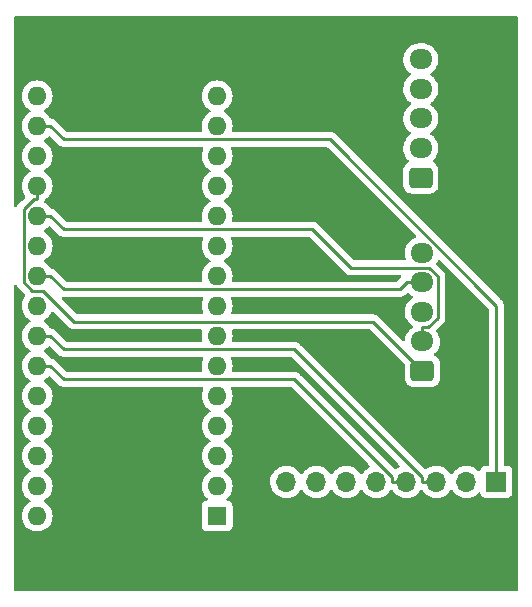
<source format=gbr>
%TF.GenerationSoftware,KiCad,Pcbnew,(6.0.7)*%
%TF.CreationDate,2023-03-11T00:51:03-05:00*%
%TF.ProjectId,GNERAL,474e4552-414c-42e6-9b69-6361645f7063,rev?*%
%TF.SameCoordinates,Original*%
%TF.FileFunction,Copper,L2,Bot*%
%TF.FilePolarity,Positive*%
%FSLAX46Y46*%
G04 Gerber Fmt 4.6, Leading zero omitted, Abs format (unit mm)*
G04 Created by KiCad (PCBNEW (6.0.7)) date 2023-03-11 00:51:03*
%MOMM*%
%LPD*%
G01*
G04 APERTURE LIST*
G04 Aperture macros list*
%AMRoundRect*
0 Rectangle with rounded corners*
0 $1 Rounding radius*
0 $2 $3 $4 $5 $6 $7 $8 $9 X,Y pos of 4 corners*
0 Add a 4 corners polygon primitive as box body*
4,1,4,$2,$3,$4,$5,$6,$7,$8,$9,$2,$3,0*
0 Add four circle primitives for the rounded corners*
1,1,$1+$1,$2,$3*
1,1,$1+$1,$4,$5*
1,1,$1+$1,$6,$7*
1,1,$1+$1,$8,$9*
0 Add four rect primitives between the rounded corners*
20,1,$1+$1,$2,$3,$4,$5,0*
20,1,$1+$1,$4,$5,$6,$7,0*
20,1,$1+$1,$6,$7,$8,$9,0*
20,1,$1+$1,$8,$9,$2,$3,0*%
G04 Aperture macros list end*
%TA.AperFunction,ComponentPad*%
%ADD10R,1.600000X1.600000*%
%TD*%
%TA.AperFunction,ComponentPad*%
%ADD11O,1.600000X1.600000*%
%TD*%
%TA.AperFunction,ComponentPad*%
%ADD12R,1.700000X1.700000*%
%TD*%
%TA.AperFunction,ComponentPad*%
%ADD13O,1.700000X1.700000*%
%TD*%
%TA.AperFunction,ComponentPad*%
%ADD14RoundRect,0.250000X0.725000X-0.600000X0.725000X0.600000X-0.725000X0.600000X-0.725000X-0.600000X0*%
%TD*%
%TA.AperFunction,ComponentPad*%
%ADD15O,1.950000X1.700000*%
%TD*%
%TA.AperFunction,Conductor*%
%ADD16C,0.250000*%
%TD*%
G04 APERTURE END LIST*
D10*
%TO.P,A1,1,D1/TX*%
%TO.N,unconnected-(A1-Pad1)*%
X146810000Y-114380000D03*
D11*
%TO.P,A1,2,D0/RX*%
%TO.N,unconnected-(A1-Pad2)*%
X146810000Y-111840000D03*
%TO.P,A1,3,~{RESET}*%
%TO.N,unconnected-(A1-Pad3)*%
X146810000Y-109300000D03*
%TO.P,A1,4,GND*%
%TO.N,unconnected-(A1-Pad4)*%
X146810000Y-106760000D03*
%TO.P,A1,5,D2*%
%TO.N,unconnected-(A1-Pad5)*%
X146810000Y-104220000D03*
%TO.P,A1,6,D3*%
%TO.N,unconnected-(A1-Pad6)*%
X146810000Y-101680000D03*
%TO.P,A1,7,D4*%
%TO.N,unconnected-(A1-Pad7)*%
X146810000Y-99140000D03*
%TO.P,A1,8,D5*%
%TO.N,unconnected-(A1-Pad8)*%
X146810000Y-96600000D03*
%TO.P,A1,9,D6*%
%TO.N,unconnected-(A1-Pad9)*%
X146810000Y-94060000D03*
%TO.P,A1,10,D7*%
%TO.N,unconnected-(A1-Pad10)*%
X146810000Y-91520000D03*
%TO.P,A1,11,D8*%
%TO.N,unconnected-(A1-Pad11)*%
X146810000Y-88980000D03*
%TO.P,A1,12,D9*%
%TO.N,unconnected-(A1-Pad12)*%
X146810000Y-86440000D03*
%TO.P,A1,13,D10*%
%TO.N,unconnected-(A1-Pad13)*%
X146810000Y-83900000D03*
%TO.P,A1,14,D11*%
%TO.N,unconnected-(A1-Pad14)*%
X146810000Y-81360000D03*
%TO.P,A1,15,D12*%
%TO.N,unconnected-(A1-Pad15)*%
X146810000Y-78820000D03*
%TO.P,A1,16,D13*%
%TO.N,unconnected-(A1-Pad16)*%
X131570000Y-78820000D03*
%TO.P,A1,17,3V3*%
%TO.N,Net-(A1-Pad17)*%
X131570000Y-81360000D03*
%TO.P,A1,18,AREF*%
%TO.N,unconnected-(A1-Pad18)*%
X131570000Y-83900000D03*
%TO.P,A1,19,A0*%
%TO.N,Net-(A1-Pad19)*%
X131570000Y-86440000D03*
%TO.P,A1,20,A1*%
%TO.N,Net-(A1-Pad20)*%
X131570000Y-88980000D03*
%TO.P,A1,21,A2*%
%TO.N,Net-(A1-Pad21)*%
X131570000Y-91520000D03*
%TO.P,A1,22,A3*%
%TO.N,Net-(A1-Pad22)*%
X131570000Y-94060000D03*
%TO.P,A1,23,A4*%
%TO.N,Net-(A1-Pad23)*%
X131570000Y-96600000D03*
%TO.P,A1,24,A5*%
%TO.N,Net-(A1-Pad24)*%
X131570000Y-99140000D03*
%TO.P,A1,25,A6*%
%TO.N,Net-(A1-Pad25)*%
X131570000Y-101680000D03*
%TO.P,A1,26,A7*%
%TO.N,unconnected-(A1-Pad26)*%
X131570000Y-104220000D03*
%TO.P,A1,27,+5V*%
%TO.N,Net-(A1-Pad27)*%
X131570000Y-106760000D03*
%TO.P,A1,28,~{RESET}*%
%TO.N,unconnected-(A1-Pad28)*%
X131570000Y-109300000D03*
%TO.P,A1,29,GND*%
%TO.N,GND*%
X131570000Y-111840000D03*
%TO.P,A1,30,VIN*%
%TO.N,unconnected-(A1-Pad30)*%
X131570000Y-114380000D03*
%TD*%
D12*
%TO.P,J1,1,Pin_1*%
%TO.N,Net-(A1-Pad17)*%
X170450000Y-111490000D03*
D13*
%TO.P,J1,2,Pin_2*%
%TO.N,GND*%
X167910000Y-111490000D03*
%TO.P,J1,3,Pin_3*%
%TO.N,Net-(A1-Pad24)*%
X165370000Y-111490000D03*
%TO.P,J1,4,Pin_4*%
%TO.N,Net-(A1-Pad25)*%
X162830000Y-111490000D03*
%TO.P,J1,5,Pin_5*%
%TO.N,unconnected-(J1-Pad5)*%
X160290000Y-111490000D03*
%TO.P,J1,6,Pin_6*%
%TO.N,unconnected-(J1-Pad6)*%
X157750000Y-111490000D03*
%TO.P,J1,7,Pin_7*%
%TO.N,unconnected-(J1-Pad7)*%
X155210000Y-111490000D03*
%TO.P,J1,8,Pin_8*%
%TO.N,unconnected-(J1-Pad8)*%
X152670000Y-111490000D03*
%TD*%
D14*
%TO.P,VDD1,1,Pin_1*%
%TO.N,Net-(A1-Pad27)*%
X164060000Y-85730000D03*
D15*
%TO.P,VDD1,2,Pin_2*%
X164060000Y-83230000D03*
%TO.P,VDD1,3,Pin_3*%
X164060000Y-80730000D03*
%TO.P,VDD1,4,Pin_4*%
X164060000Y-78230000D03*
%TO.P,VDD1,5,Pin_5*%
X164060000Y-75730000D03*
%TD*%
D14*
%TO.P,Data1,1,Pin_1*%
%TO.N,Net-(A1-Pad19)*%
X164190000Y-102100000D03*
D15*
%TO.P,Data1,2,Pin_2*%
%TO.N,Net-(A1-Pad20)*%
X164190000Y-99600000D03*
%TO.P,Data1,3,Pin_3*%
%TO.N,Net-(A1-Pad21)*%
X164190000Y-97100000D03*
%TO.P,Data1,4,Pin_4*%
%TO.N,Net-(A1-Pad22)*%
X164190000Y-94600000D03*
%TO.P,Data1,5,Pin_5*%
%TO.N,Net-(A1-Pad23)*%
X164190000Y-92100000D03*
%TD*%
D16*
%TO.N,Net-(A1-Pad25)*%
X162830000Y-111490000D02*
X161654700Y-111490000D01*
X131570000Y-101680000D02*
X132695300Y-101680000D01*
X161654700Y-111122700D02*
X161654700Y-111490000D01*
X153337300Y-102805300D02*
X161654700Y-111122700D01*
X133820600Y-102805300D02*
X153337300Y-102805300D01*
X132695300Y-101680000D02*
X133820600Y-102805300D01*
%TO.N,Net-(A1-Pad24)*%
X133820600Y-100265300D02*
X132695300Y-99140000D01*
X153337300Y-100265300D02*
X133820600Y-100265300D01*
X164194700Y-111122700D02*
X153337300Y-100265300D01*
X164194700Y-111490000D02*
X164194700Y-111122700D01*
X165370000Y-111490000D02*
X164194700Y-111490000D01*
X131570000Y-99140000D02*
X132695300Y-99140000D01*
%TO.N,Net-(A1-Pad22)*%
X133820600Y-95185300D02*
X132695300Y-94060000D01*
X162304400Y-95185300D02*
X133820600Y-95185300D01*
X162889700Y-94600000D02*
X162304400Y-95185300D01*
X164190000Y-94600000D02*
X162889700Y-94600000D01*
X131570000Y-94060000D02*
X132695300Y-94060000D01*
%TO.N,Net-(A1-Pad20)*%
X133820600Y-90105300D02*
X132695300Y-88980000D01*
X154871500Y-90105300D02*
X133820600Y-90105300D01*
X158116200Y-93350000D02*
X154871500Y-90105300D01*
X164742600Y-93350000D02*
X158116200Y-93350000D01*
X165499500Y-94106900D02*
X164742600Y-93350000D01*
X165499500Y-97629400D02*
X165499500Y-94106900D01*
X164704200Y-98424700D02*
X165499500Y-97629400D01*
X164190000Y-98424700D02*
X164704200Y-98424700D01*
X164190000Y-99600000D02*
X164190000Y-98424700D01*
X131570000Y-88980000D02*
X132695300Y-88980000D01*
%TO.N,Net-(A1-Pad19)*%
X131288600Y-87565300D02*
X131570000Y-87565300D01*
X130444700Y-88409200D02*
X131288600Y-87565300D01*
X130444700Y-94605800D02*
X130444700Y-88409200D01*
X131168900Y-95330000D02*
X130444700Y-94605800D01*
X132100200Y-95330000D02*
X131168900Y-95330000D01*
X134724100Y-97953900D02*
X132100200Y-95330000D01*
X160043900Y-97953900D02*
X134724100Y-97953900D01*
X164190000Y-102100000D02*
X160043900Y-97953900D01*
X131570000Y-86440000D02*
X131570000Y-87565300D01*
%TO.N,Net-(A1-Pad17)*%
X170450000Y-96568500D02*
X170450000Y-111490000D01*
X156366800Y-82485300D02*
X170450000Y-96568500D01*
X133820600Y-82485300D02*
X156366800Y-82485300D01*
X132695300Y-81360000D02*
X133820600Y-82485300D01*
X131570000Y-81360000D02*
X132695300Y-81360000D01*
%TD*%
%TA.AperFunction,NonConductor*%
G36*
X132653979Y-82230685D02*
G01*
X132699042Y-82259646D01*
X133316943Y-82877547D01*
X133324487Y-82885837D01*
X133328600Y-82892318D01*
X133334377Y-82897743D01*
X133378267Y-82938958D01*
X133381109Y-82941713D01*
X133400831Y-82961435D01*
X133403955Y-82963858D01*
X133403959Y-82963862D01*
X133404024Y-82963912D01*
X133413045Y-82971617D01*
X133445279Y-83001886D01*
X133452227Y-83005705D01*
X133452229Y-83005707D01*
X133463032Y-83011646D01*
X133479559Y-83022502D01*
X133489298Y-83030057D01*
X133489300Y-83030058D01*
X133495560Y-83034914D01*
X133536140Y-83052474D01*
X133546788Y-83057691D01*
X133567674Y-83069173D01*
X133585540Y-83078995D01*
X133593216Y-83080966D01*
X133593219Y-83080967D01*
X133605162Y-83084033D01*
X133623867Y-83090437D01*
X133642455Y-83098481D01*
X133650278Y-83099720D01*
X133650288Y-83099723D01*
X133686124Y-83105399D01*
X133697744Y-83107805D01*
X133732889Y-83116828D01*
X133740570Y-83118800D01*
X133760824Y-83118800D01*
X133780534Y-83120351D01*
X133800543Y-83123520D01*
X133808435Y-83122774D01*
X133844561Y-83119359D01*
X133856419Y-83118800D01*
X145532729Y-83118800D01*
X145600850Y-83138802D01*
X145647343Y-83192458D01*
X145657447Y-83262732D01*
X145646924Y-83298050D01*
X145575716Y-83450757D01*
X145516457Y-83671913D01*
X145496502Y-83900000D01*
X145516457Y-84128087D01*
X145517881Y-84133400D01*
X145517881Y-84133402D01*
X145545552Y-84236669D01*
X145575716Y-84349243D01*
X145578039Y-84354224D01*
X145578039Y-84354225D01*
X145670151Y-84551762D01*
X145670154Y-84551767D01*
X145672477Y-84556749D01*
X145803802Y-84744300D01*
X145965700Y-84906198D01*
X145970208Y-84909355D01*
X145970211Y-84909357D01*
X146048389Y-84964098D01*
X146153251Y-85037523D01*
X146158233Y-85039846D01*
X146158238Y-85039849D01*
X146192457Y-85055805D01*
X146245742Y-85102722D01*
X146265203Y-85170999D01*
X146244661Y-85238959D01*
X146192457Y-85284195D01*
X146158238Y-85300151D01*
X146158233Y-85300154D01*
X146153251Y-85302477D01*
X146048389Y-85375902D01*
X145970211Y-85430643D01*
X145970208Y-85430645D01*
X145965700Y-85433802D01*
X145803802Y-85595700D01*
X145672477Y-85783251D01*
X145670154Y-85788233D01*
X145670151Y-85788238D01*
X145578039Y-85985775D01*
X145575716Y-85990757D01*
X145516457Y-86211913D01*
X145496502Y-86440000D01*
X145516457Y-86668087D01*
X145575716Y-86889243D01*
X145578039Y-86894224D01*
X145578039Y-86894225D01*
X145670151Y-87091762D01*
X145670154Y-87091767D01*
X145672477Y-87096749D01*
X145675634Y-87101257D01*
X145788418Y-87262329D01*
X145803802Y-87284300D01*
X145965700Y-87446198D01*
X145970208Y-87449355D01*
X145970211Y-87449357D01*
X146048389Y-87504098D01*
X146153251Y-87577523D01*
X146158233Y-87579846D01*
X146158238Y-87579849D01*
X146192457Y-87595805D01*
X146245742Y-87642722D01*
X146265203Y-87710999D01*
X146244661Y-87778959D01*
X146192457Y-87824195D01*
X146158238Y-87840151D01*
X146158233Y-87840154D01*
X146153251Y-87842477D01*
X146143557Y-87849265D01*
X145970211Y-87970643D01*
X145970208Y-87970645D01*
X145965700Y-87973802D01*
X145803802Y-88135700D01*
X145672477Y-88323251D01*
X145670154Y-88328233D01*
X145670151Y-88328238D01*
X145589409Y-88501392D01*
X145575716Y-88530757D01*
X145516457Y-88751913D01*
X145496502Y-88980000D01*
X145516457Y-89208087D01*
X145517881Y-89213400D01*
X145517881Y-89213402D01*
X145544619Y-89313189D01*
X145542929Y-89384165D01*
X145503135Y-89442961D01*
X145437871Y-89470909D01*
X145422912Y-89471800D01*
X134135195Y-89471800D01*
X134067074Y-89451798D01*
X134046099Y-89434895D01*
X133198947Y-88587742D01*
X133191413Y-88579463D01*
X133187300Y-88572982D01*
X133137648Y-88526356D01*
X133134807Y-88523602D01*
X133115070Y-88503865D01*
X133111873Y-88501385D01*
X133102851Y-88493680D01*
X133076400Y-88468841D01*
X133070621Y-88463414D01*
X133063675Y-88459595D01*
X133063672Y-88459593D01*
X133052866Y-88453652D01*
X133036347Y-88442801D01*
X133031543Y-88439075D01*
X133020341Y-88430386D01*
X133013072Y-88427241D01*
X133013068Y-88427238D01*
X132979763Y-88412826D01*
X132969113Y-88407609D01*
X132930360Y-88386305D01*
X132910737Y-88381267D01*
X132892034Y-88374863D01*
X132880720Y-88369967D01*
X132880719Y-88369967D01*
X132873445Y-88366819D01*
X132865622Y-88365580D01*
X132865612Y-88365577D01*
X132829776Y-88359901D01*
X132818156Y-88357495D01*
X132783011Y-88348472D01*
X132783010Y-88348472D01*
X132775330Y-88346500D01*
X132772777Y-88346500D01*
X132709892Y-88319075D01*
X132687545Y-88294720D01*
X132677651Y-88280589D01*
X132576198Y-88135700D01*
X132414300Y-87973802D01*
X132409792Y-87970645D01*
X132409789Y-87970643D01*
X132236444Y-87849265D01*
X132192116Y-87793808D01*
X132184945Y-87722449D01*
X132187812Y-87707424D01*
X132189532Y-87699729D01*
X132203500Y-87645330D01*
X132203500Y-87642773D01*
X132230928Y-87579887D01*
X132255280Y-87557545D01*
X132409789Y-87449357D01*
X132409792Y-87449355D01*
X132414300Y-87446198D01*
X132576198Y-87284300D01*
X132591583Y-87262329D01*
X132704366Y-87101257D01*
X132707523Y-87096749D01*
X132709846Y-87091767D01*
X132709849Y-87091762D01*
X132801961Y-86894225D01*
X132801961Y-86894224D01*
X132804284Y-86889243D01*
X132863543Y-86668087D01*
X132883498Y-86440000D01*
X132863543Y-86211913D01*
X132804284Y-85990757D01*
X132801961Y-85985775D01*
X132709849Y-85788238D01*
X132709846Y-85788233D01*
X132707523Y-85783251D01*
X132576198Y-85595700D01*
X132414300Y-85433802D01*
X132409792Y-85430645D01*
X132409789Y-85430643D01*
X132331611Y-85375902D01*
X132226749Y-85302477D01*
X132221767Y-85300154D01*
X132221762Y-85300151D01*
X132187543Y-85284195D01*
X132134258Y-85237278D01*
X132114797Y-85169001D01*
X132135339Y-85101041D01*
X132187543Y-85055805D01*
X132221762Y-85039849D01*
X132221767Y-85039846D01*
X132226749Y-85037523D01*
X132331611Y-84964098D01*
X132409789Y-84909357D01*
X132409792Y-84909355D01*
X132414300Y-84906198D01*
X132576198Y-84744300D01*
X132707523Y-84556749D01*
X132709846Y-84551767D01*
X132709849Y-84551762D01*
X132801961Y-84354225D01*
X132801961Y-84354224D01*
X132804284Y-84349243D01*
X132834449Y-84236669D01*
X132862119Y-84133402D01*
X132862119Y-84133400D01*
X132863543Y-84128087D01*
X132883498Y-83900000D01*
X132863543Y-83671913D01*
X132804284Y-83450757D01*
X132778824Y-83396158D01*
X132709849Y-83248238D01*
X132709846Y-83248233D01*
X132707523Y-83243251D01*
X132620381Y-83118800D01*
X132579357Y-83060211D01*
X132579355Y-83060208D01*
X132576198Y-83055700D01*
X132414300Y-82893802D01*
X132409792Y-82890645D01*
X132409789Y-82890643D01*
X132327820Y-82833248D01*
X132226749Y-82762477D01*
X132221767Y-82760154D01*
X132221762Y-82760151D01*
X132187543Y-82744195D01*
X132134258Y-82697278D01*
X132114797Y-82629001D01*
X132135339Y-82561041D01*
X132187543Y-82515805D01*
X132221762Y-82499849D01*
X132221767Y-82499846D01*
X132226749Y-82497523D01*
X132333674Y-82422653D01*
X132409789Y-82369357D01*
X132409792Y-82369355D01*
X132414300Y-82366198D01*
X132520852Y-82259646D01*
X132583164Y-82225620D01*
X132653979Y-82230685D01*
G37*
%TD.AperFunction*%
%TA.AperFunction,NonConductor*%
G36*
X156120327Y-83138802D02*
G01*
X156141301Y-83155705D01*
X163612344Y-90626748D01*
X163646370Y-90689060D01*
X163641305Y-90759875D01*
X163598758Y-90816711D01*
X163575004Y-90830722D01*
X163401925Y-90908688D01*
X163210681Y-91037441D01*
X163206824Y-91041120D01*
X163206822Y-91041122D01*
X163137464Y-91107287D01*
X163043865Y-91196576D01*
X162906246Y-91381542D01*
X162801760Y-91587051D01*
X162733393Y-91807227D01*
X162732692Y-91812516D01*
X162711260Y-91974225D01*
X162703102Y-92035774D01*
X162711751Y-92266158D01*
X162759093Y-92491791D01*
X162779798Y-92544220D01*
X162786216Y-92614923D01*
X162753389Y-92677875D01*
X162691739Y-92713086D01*
X162662606Y-92716500D01*
X158430794Y-92716500D01*
X158362673Y-92696498D01*
X158341699Y-92679595D01*
X156862959Y-91200854D01*
X155375152Y-89713047D01*
X155367612Y-89704761D01*
X155363500Y-89698282D01*
X155313848Y-89651656D01*
X155311007Y-89648902D01*
X155291270Y-89629165D01*
X155288073Y-89626685D01*
X155279051Y-89618980D01*
X155252600Y-89594141D01*
X155246821Y-89588714D01*
X155239875Y-89584895D01*
X155239872Y-89584893D01*
X155229066Y-89578952D01*
X155212547Y-89568101D01*
X155212083Y-89567741D01*
X155196541Y-89555686D01*
X155189272Y-89552541D01*
X155189268Y-89552538D01*
X155155963Y-89538126D01*
X155145313Y-89532909D01*
X155106560Y-89511605D01*
X155086937Y-89506567D01*
X155068234Y-89500163D01*
X155056920Y-89495267D01*
X155056919Y-89495267D01*
X155049645Y-89492119D01*
X155041822Y-89490880D01*
X155041812Y-89490877D01*
X155005976Y-89485201D01*
X154994356Y-89482795D01*
X154959211Y-89473772D01*
X154959210Y-89473772D01*
X154951530Y-89471800D01*
X154931276Y-89471800D01*
X154911565Y-89470249D01*
X154899386Y-89468320D01*
X154891557Y-89467080D01*
X154883665Y-89467826D01*
X154847539Y-89471241D01*
X154835681Y-89471800D01*
X148197088Y-89471800D01*
X148128967Y-89451798D01*
X148082474Y-89398142D01*
X148072370Y-89327868D01*
X148075381Y-89313189D01*
X148102119Y-89213402D01*
X148102119Y-89213400D01*
X148103543Y-89208087D01*
X148123498Y-88980000D01*
X148103543Y-88751913D01*
X148044284Y-88530757D01*
X148030591Y-88501392D01*
X147949849Y-88328238D01*
X147949846Y-88328233D01*
X147947523Y-88323251D01*
X147816198Y-88135700D01*
X147654300Y-87973802D01*
X147649792Y-87970645D01*
X147649789Y-87970643D01*
X147476443Y-87849265D01*
X147466749Y-87842477D01*
X147461767Y-87840154D01*
X147461762Y-87840151D01*
X147427543Y-87824195D01*
X147374258Y-87777278D01*
X147354797Y-87709001D01*
X147375339Y-87641041D01*
X147427543Y-87595805D01*
X147461762Y-87579849D01*
X147461767Y-87579846D01*
X147466749Y-87577523D01*
X147571611Y-87504098D01*
X147649789Y-87449357D01*
X147649792Y-87449355D01*
X147654300Y-87446198D01*
X147816198Y-87284300D01*
X147831583Y-87262329D01*
X147944366Y-87101257D01*
X147947523Y-87096749D01*
X147949846Y-87091767D01*
X147949849Y-87091762D01*
X148041961Y-86894225D01*
X148041961Y-86894224D01*
X148044284Y-86889243D01*
X148103543Y-86668087D01*
X148123498Y-86440000D01*
X148103543Y-86211913D01*
X148044284Y-85990757D01*
X148041961Y-85985775D01*
X147949849Y-85788238D01*
X147949846Y-85788233D01*
X147947523Y-85783251D01*
X147816198Y-85595700D01*
X147654300Y-85433802D01*
X147649792Y-85430645D01*
X147649789Y-85430643D01*
X147571611Y-85375902D01*
X147466749Y-85302477D01*
X147461767Y-85300154D01*
X147461762Y-85300151D01*
X147427543Y-85284195D01*
X147374258Y-85237278D01*
X147354797Y-85169001D01*
X147375339Y-85101041D01*
X147427543Y-85055805D01*
X147461762Y-85039849D01*
X147461767Y-85039846D01*
X147466749Y-85037523D01*
X147571611Y-84964098D01*
X147649789Y-84909357D01*
X147649792Y-84909355D01*
X147654300Y-84906198D01*
X147816198Y-84744300D01*
X147947523Y-84556749D01*
X147949846Y-84551767D01*
X147949849Y-84551762D01*
X148041961Y-84354225D01*
X148041961Y-84354224D01*
X148044284Y-84349243D01*
X148074449Y-84236669D01*
X148102119Y-84133402D01*
X148102119Y-84133400D01*
X148103543Y-84128087D01*
X148123498Y-83900000D01*
X148103543Y-83671913D01*
X148044284Y-83450757D01*
X147973076Y-83298050D01*
X147962415Y-83227858D01*
X147991395Y-83163045D01*
X148050815Y-83124189D01*
X148087271Y-83118800D01*
X156052206Y-83118800D01*
X156120327Y-83138802D01*
G37*
%TD.AperFunction*%
%TA.AperFunction,NonConductor*%
G36*
X132653979Y-89850685D02*
G01*
X132699042Y-89879646D01*
X133316943Y-90497547D01*
X133324487Y-90505837D01*
X133328600Y-90512318D01*
X133334377Y-90517743D01*
X133378267Y-90558958D01*
X133381109Y-90561713D01*
X133400831Y-90581435D01*
X133403955Y-90583858D01*
X133403959Y-90583862D01*
X133404024Y-90583912D01*
X133413045Y-90591617D01*
X133445279Y-90621886D01*
X133452227Y-90625705D01*
X133452229Y-90625707D01*
X133463032Y-90631646D01*
X133479559Y-90642502D01*
X133489298Y-90650057D01*
X133489300Y-90650058D01*
X133495560Y-90654914D01*
X133536140Y-90672474D01*
X133546788Y-90677691D01*
X133585540Y-90698995D01*
X133593216Y-90700966D01*
X133593219Y-90700967D01*
X133605162Y-90704033D01*
X133623867Y-90710437D01*
X133642455Y-90718481D01*
X133650278Y-90719720D01*
X133650288Y-90719723D01*
X133686124Y-90725399D01*
X133697744Y-90727805D01*
X133732889Y-90736828D01*
X133740570Y-90738800D01*
X133760824Y-90738800D01*
X133780534Y-90740351D01*
X133800543Y-90743520D01*
X133808435Y-90742774D01*
X133844561Y-90739359D01*
X133856419Y-90738800D01*
X145532729Y-90738800D01*
X145600850Y-90758802D01*
X145647343Y-90812458D01*
X145657447Y-90882732D01*
X145646924Y-90918050D01*
X145575716Y-91070757D01*
X145574294Y-91076065D01*
X145574293Y-91076067D01*
X145540856Y-91200854D01*
X145516457Y-91291913D01*
X145496502Y-91520000D01*
X145516457Y-91748087D01*
X145517881Y-91753400D01*
X145517881Y-91753402D01*
X145532304Y-91807227D01*
X145575716Y-91969243D01*
X145578039Y-91974224D01*
X145578039Y-91974225D01*
X145670151Y-92171762D01*
X145670154Y-92171767D01*
X145672477Y-92176749D01*
X145803802Y-92364300D01*
X145965700Y-92526198D01*
X145970208Y-92529355D01*
X145970211Y-92529357D01*
X146048389Y-92584098D01*
X146153251Y-92657523D01*
X146158233Y-92659846D01*
X146158238Y-92659849D01*
X146192457Y-92675805D01*
X146245742Y-92722722D01*
X146265203Y-92790999D01*
X146244661Y-92858959D01*
X146192457Y-92904195D01*
X146158238Y-92920151D01*
X146158233Y-92920154D01*
X146153251Y-92922477D01*
X146126175Y-92941436D01*
X145970211Y-93050643D01*
X145970208Y-93050645D01*
X145965700Y-93053802D01*
X145803802Y-93215700D01*
X145672477Y-93403251D01*
X145670154Y-93408233D01*
X145670151Y-93408238D01*
X145589409Y-93581392D01*
X145575716Y-93610757D01*
X145574294Y-93616065D01*
X145574293Y-93616067D01*
X145518005Y-93826135D01*
X145516457Y-93831913D01*
X145496502Y-94060000D01*
X145516457Y-94288087D01*
X145517881Y-94293400D01*
X145517881Y-94293402D01*
X145544619Y-94393189D01*
X145542929Y-94464165D01*
X145503135Y-94522961D01*
X145437871Y-94550909D01*
X145422912Y-94551800D01*
X134135195Y-94551800D01*
X134067074Y-94531798D01*
X134046099Y-94514895D01*
X133630119Y-94098914D01*
X133198947Y-93667742D01*
X133191413Y-93659463D01*
X133187300Y-93652982D01*
X133137648Y-93606356D01*
X133134807Y-93603602D01*
X133115070Y-93583865D01*
X133111873Y-93581385D01*
X133102851Y-93573680D01*
X133076400Y-93548841D01*
X133070621Y-93543414D01*
X133063675Y-93539595D01*
X133063672Y-93539593D01*
X133052866Y-93533652D01*
X133036347Y-93522801D01*
X133035883Y-93522441D01*
X133020341Y-93510386D01*
X133013072Y-93507241D01*
X133013068Y-93507238D01*
X132979763Y-93492826D01*
X132969113Y-93487609D01*
X132930360Y-93466305D01*
X132910737Y-93461267D01*
X132892034Y-93454863D01*
X132880720Y-93449967D01*
X132880719Y-93449967D01*
X132873445Y-93446819D01*
X132865622Y-93445580D01*
X132865612Y-93445577D01*
X132829776Y-93439901D01*
X132818156Y-93437495D01*
X132783011Y-93428472D01*
X132783010Y-93428472D01*
X132775330Y-93426500D01*
X132772777Y-93426500D01*
X132709892Y-93399075D01*
X132687545Y-93374720D01*
X132579357Y-93220211D01*
X132579355Y-93220208D01*
X132576198Y-93215700D01*
X132414300Y-93053802D01*
X132409792Y-93050645D01*
X132409789Y-93050643D01*
X132253825Y-92941436D01*
X132226749Y-92922477D01*
X132221767Y-92920154D01*
X132221762Y-92920151D01*
X132187543Y-92904195D01*
X132134258Y-92857278D01*
X132114797Y-92789001D01*
X132135339Y-92721041D01*
X132187543Y-92675805D01*
X132221762Y-92659849D01*
X132221767Y-92659846D01*
X132226749Y-92657523D01*
X132331611Y-92584098D01*
X132409789Y-92529357D01*
X132409792Y-92529355D01*
X132414300Y-92526198D01*
X132576198Y-92364300D01*
X132707523Y-92176749D01*
X132709846Y-92171767D01*
X132709849Y-92171762D01*
X132801961Y-91974225D01*
X132801961Y-91974224D01*
X132804284Y-91969243D01*
X132847697Y-91807227D01*
X132862119Y-91753402D01*
X132862119Y-91753400D01*
X132863543Y-91748087D01*
X132883498Y-91520000D01*
X132863543Y-91291913D01*
X132839144Y-91200854D01*
X132805707Y-91076067D01*
X132805706Y-91076065D01*
X132804284Y-91070757D01*
X132733076Y-90918050D01*
X132709849Y-90868238D01*
X132709846Y-90868233D01*
X132707523Y-90863251D01*
X132620381Y-90738800D01*
X132579357Y-90680211D01*
X132579355Y-90680208D01*
X132576198Y-90675700D01*
X132414300Y-90513802D01*
X132409792Y-90510645D01*
X132409789Y-90510643D01*
X132331611Y-90455902D01*
X132226749Y-90382477D01*
X132221767Y-90380154D01*
X132221762Y-90380151D01*
X132187543Y-90364195D01*
X132134258Y-90317278D01*
X132114797Y-90249001D01*
X132135339Y-90181041D01*
X132187543Y-90135805D01*
X132221762Y-90119849D01*
X132221767Y-90119846D01*
X132226749Y-90117523D01*
X132331611Y-90044098D01*
X132409789Y-89989357D01*
X132409792Y-89989355D01*
X132414300Y-89986198D01*
X132520852Y-89879646D01*
X132583164Y-89845620D01*
X132653979Y-89850685D01*
G37*
%TD.AperFunction*%
%TA.AperFunction,NonConductor*%
G36*
X154625027Y-90758802D02*
G01*
X154646001Y-90775705D01*
X157612548Y-93742253D01*
X157620088Y-93750539D01*
X157624200Y-93757018D01*
X157629977Y-93762443D01*
X157673851Y-93803643D01*
X157676693Y-93806398D01*
X157696430Y-93826135D01*
X157699627Y-93828615D01*
X157708647Y-93836318D01*
X157740879Y-93866586D01*
X157747825Y-93870405D01*
X157747828Y-93870407D01*
X157758634Y-93876348D01*
X157775153Y-93887199D01*
X157791159Y-93899614D01*
X157798428Y-93902759D01*
X157798432Y-93902762D01*
X157831737Y-93917174D01*
X157842387Y-93922391D01*
X157881140Y-93943695D01*
X157888815Y-93945666D01*
X157888816Y-93945666D01*
X157900762Y-93948733D01*
X157919467Y-93955137D01*
X157938055Y-93963181D01*
X157945878Y-93964420D01*
X157945888Y-93964423D01*
X157981724Y-93970099D01*
X157993344Y-93972505D01*
X158028489Y-93981528D01*
X158036170Y-93983500D01*
X158056424Y-93983500D01*
X158076134Y-93985051D01*
X158096143Y-93988220D01*
X158104035Y-93987474D01*
X158140161Y-93984059D01*
X158152019Y-93983500D01*
X162306105Y-93983500D01*
X162374226Y-94003502D01*
X162420719Y-94057158D01*
X162430823Y-94127432D01*
X162401329Y-94192012D01*
X162395200Y-94198595D01*
X162078900Y-94514895D01*
X162016588Y-94548921D01*
X161989805Y-94551800D01*
X148197088Y-94551800D01*
X148128967Y-94531798D01*
X148082474Y-94478142D01*
X148072370Y-94407868D01*
X148075381Y-94393189D01*
X148102119Y-94293402D01*
X148102119Y-94293400D01*
X148103543Y-94288087D01*
X148123498Y-94060000D01*
X148103543Y-93831913D01*
X148101995Y-93826135D01*
X148045707Y-93616067D01*
X148045706Y-93616065D01*
X148044284Y-93610757D01*
X148030591Y-93581392D01*
X147949849Y-93408238D01*
X147949846Y-93408233D01*
X147947523Y-93403251D01*
X147816198Y-93215700D01*
X147654300Y-93053802D01*
X147649792Y-93050645D01*
X147649789Y-93050643D01*
X147493825Y-92941436D01*
X147466749Y-92922477D01*
X147461767Y-92920154D01*
X147461762Y-92920151D01*
X147427543Y-92904195D01*
X147374258Y-92857278D01*
X147354797Y-92789001D01*
X147375339Y-92721041D01*
X147427543Y-92675805D01*
X147461762Y-92659849D01*
X147461767Y-92659846D01*
X147466749Y-92657523D01*
X147571611Y-92584098D01*
X147649789Y-92529357D01*
X147649792Y-92529355D01*
X147654300Y-92526198D01*
X147816198Y-92364300D01*
X147947523Y-92176749D01*
X147949846Y-92171767D01*
X147949849Y-92171762D01*
X148041961Y-91974225D01*
X148041961Y-91974224D01*
X148044284Y-91969243D01*
X148087697Y-91807227D01*
X148102119Y-91753402D01*
X148102119Y-91753400D01*
X148103543Y-91748087D01*
X148123498Y-91520000D01*
X148103543Y-91291913D01*
X148079144Y-91200854D01*
X148045707Y-91076067D01*
X148045706Y-91076065D01*
X148044284Y-91070757D01*
X147973076Y-90918050D01*
X147962415Y-90847858D01*
X147991395Y-90783045D01*
X148050815Y-90744189D01*
X148087271Y-90738800D01*
X154556906Y-90738800D01*
X154625027Y-90758802D01*
G37*
%TD.AperFunction*%
%TA.AperFunction,NonConductor*%
G36*
X145600850Y-95838802D02*
G01*
X145647343Y-95892458D01*
X145657447Y-95962732D01*
X145646924Y-95998050D01*
X145581756Y-96137805D01*
X145575716Y-96150757D01*
X145574294Y-96156065D01*
X145574293Y-96156067D01*
X145531732Y-96314906D01*
X145516457Y-96371913D01*
X145496502Y-96600000D01*
X145516457Y-96828087D01*
X145517881Y-96833400D01*
X145517881Y-96833402D01*
X145524020Y-96856311D01*
X145575716Y-97049243D01*
X145578039Y-97054224D01*
X145578039Y-97054225D01*
X145618573Y-97141150D01*
X145629234Y-97211342D01*
X145600254Y-97276154D01*
X145540834Y-97315011D01*
X145504378Y-97320400D01*
X135038694Y-97320400D01*
X134970573Y-97300398D01*
X134949599Y-97283495D01*
X133703538Y-96037434D01*
X133669513Y-95975123D01*
X133674578Y-95904308D01*
X133717125Y-95847472D01*
X133783645Y-95822661D01*
X133793833Y-95822457D01*
X133800543Y-95823520D01*
X133844562Y-95819359D01*
X133856419Y-95818800D01*
X145532729Y-95818800D01*
X145600850Y-95838802D01*
G37*
%TD.AperFunction*%
%TA.AperFunction,NonConductor*%
G36*
X163009663Y-95480107D02*
G01*
X163060797Y-95515584D01*
X163110972Y-95573407D01*
X163110979Y-95573413D01*
X163114477Y-95577445D01*
X163132616Y-95592318D01*
X163288627Y-95720240D01*
X163288633Y-95720244D01*
X163292755Y-95723624D01*
X163324250Y-95741552D01*
X163373555Y-95792632D01*
X163387417Y-95862262D01*
X163361434Y-95928333D01*
X163332284Y-95955573D01*
X163210681Y-96037441D01*
X163043865Y-96196576D01*
X162906246Y-96381542D01*
X162801760Y-96587051D01*
X162800178Y-96592145D01*
X162800177Y-96592148D01*
X162738115Y-96792020D01*
X162733393Y-96807227D01*
X162732692Y-96812516D01*
X162726888Y-96856311D01*
X162703102Y-97035774D01*
X162703302Y-97041103D01*
X162703302Y-97041105D01*
X162704717Y-97078796D01*
X162711751Y-97266158D01*
X162759093Y-97491791D01*
X162761051Y-97496750D01*
X162761052Y-97496752D01*
X162837045Y-97689176D01*
X162843776Y-97706221D01*
X162846543Y-97710780D01*
X162846544Y-97710783D01*
X162864182Y-97739849D01*
X162963377Y-97903317D01*
X162966874Y-97907347D01*
X163087229Y-98046044D01*
X163114477Y-98077445D01*
X163118608Y-98080832D01*
X163288627Y-98220240D01*
X163288633Y-98220244D01*
X163292755Y-98223624D01*
X163324250Y-98241552D01*
X163373555Y-98292632D01*
X163387417Y-98362262D01*
X163361434Y-98428333D01*
X163332284Y-98455573D01*
X163210681Y-98537441D01*
X163206824Y-98541120D01*
X163206822Y-98541122D01*
X163169836Y-98576405D01*
X163043865Y-98696576D01*
X162906246Y-98881542D01*
X162903830Y-98886293D01*
X162903828Y-98886297D01*
X162888018Y-98917393D01*
X162801760Y-99087051D01*
X162800178Y-99092145D01*
X162800177Y-99092148D01*
X162738115Y-99292020D01*
X162733393Y-99307227D01*
X162732692Y-99312513D01*
X162732692Y-99312515D01*
X162715404Y-99442956D01*
X162686625Y-99507858D01*
X162627326Y-99546898D01*
X162556333Y-99547681D01*
X162501401Y-99515496D01*
X160547552Y-97561647D01*
X160540012Y-97553361D01*
X160535900Y-97546882D01*
X160486248Y-97500256D01*
X160483407Y-97497502D01*
X160463670Y-97477765D01*
X160460473Y-97475285D01*
X160451451Y-97467580D01*
X160425000Y-97442741D01*
X160419221Y-97437314D01*
X160412275Y-97433495D01*
X160412272Y-97433493D01*
X160401466Y-97427552D01*
X160384947Y-97416701D01*
X160384483Y-97416341D01*
X160368941Y-97404286D01*
X160361672Y-97401141D01*
X160361668Y-97401138D01*
X160328363Y-97386726D01*
X160317713Y-97381509D01*
X160278960Y-97360205D01*
X160259337Y-97355167D01*
X160240634Y-97348763D01*
X160229320Y-97343867D01*
X160229319Y-97343867D01*
X160222045Y-97340719D01*
X160214222Y-97339480D01*
X160214212Y-97339477D01*
X160178376Y-97333801D01*
X160166756Y-97331395D01*
X160131611Y-97322372D01*
X160131610Y-97322372D01*
X160123930Y-97320400D01*
X160103676Y-97320400D01*
X160083965Y-97318849D01*
X160071786Y-97316920D01*
X160063957Y-97315680D01*
X160056065Y-97316426D01*
X160019939Y-97319841D01*
X160008081Y-97320400D01*
X148115622Y-97320400D01*
X148047501Y-97300398D01*
X148001008Y-97246742D01*
X147990904Y-97176468D01*
X148001427Y-97141150D01*
X148041961Y-97054225D01*
X148041961Y-97054224D01*
X148044284Y-97049243D01*
X148095981Y-96856311D01*
X148102119Y-96833402D01*
X148102119Y-96833400D01*
X148103543Y-96828087D01*
X148123498Y-96600000D01*
X148103543Y-96371913D01*
X148088268Y-96314906D01*
X148045707Y-96156067D01*
X148045706Y-96156065D01*
X148044284Y-96150757D01*
X148038245Y-96137805D01*
X147973076Y-95998050D01*
X147962415Y-95927858D01*
X147991395Y-95863045D01*
X148050815Y-95824189D01*
X148087271Y-95818800D01*
X162225633Y-95818800D01*
X162236816Y-95819327D01*
X162244309Y-95821002D01*
X162252235Y-95820753D01*
X162252236Y-95820753D01*
X162312386Y-95818862D01*
X162316345Y-95818800D01*
X162344256Y-95818800D01*
X162348191Y-95818303D01*
X162348256Y-95818295D01*
X162360093Y-95817362D01*
X162392351Y-95816348D01*
X162396370Y-95816222D01*
X162404289Y-95815973D01*
X162423743Y-95810321D01*
X162443100Y-95806313D01*
X162455330Y-95804768D01*
X162455331Y-95804768D01*
X162463197Y-95803774D01*
X162470568Y-95800855D01*
X162470570Y-95800855D01*
X162504312Y-95787496D01*
X162515542Y-95783651D01*
X162550383Y-95773529D01*
X162550384Y-95773529D01*
X162557993Y-95771318D01*
X162564812Y-95767285D01*
X162564817Y-95767283D01*
X162575428Y-95761007D01*
X162593176Y-95752312D01*
X162612017Y-95744852D01*
X162647787Y-95718864D01*
X162657707Y-95712348D01*
X162688935Y-95693880D01*
X162688938Y-95693878D01*
X162695762Y-95689842D01*
X162710083Y-95675521D01*
X162725117Y-95662680D01*
X162735094Y-95655431D01*
X162741507Y-95650772D01*
X162769698Y-95616695D01*
X162777688Y-95607916D01*
X162876536Y-95509068D01*
X162938848Y-95475042D01*
X163009663Y-95480107D01*
G37*
%TD.AperFunction*%
%TA.AperFunction,NonConductor*%
G36*
X132949316Y-97078796D02*
G01*
X132969450Y-97095155D01*
X134220448Y-98346153D01*
X134227988Y-98354439D01*
X134232100Y-98360918D01*
X134237877Y-98366343D01*
X134281751Y-98407543D01*
X134284593Y-98410298D01*
X134304330Y-98430035D01*
X134307527Y-98432515D01*
X134316547Y-98440218D01*
X134348779Y-98470486D01*
X134355725Y-98474305D01*
X134355728Y-98474307D01*
X134366534Y-98480248D01*
X134383053Y-98491099D01*
X134399059Y-98503514D01*
X134406328Y-98506659D01*
X134406332Y-98506662D01*
X134439637Y-98521074D01*
X134450287Y-98526291D01*
X134489040Y-98547595D01*
X134496715Y-98549566D01*
X134496716Y-98549566D01*
X134508662Y-98552633D01*
X134527367Y-98559037D01*
X134545955Y-98567081D01*
X134553778Y-98568320D01*
X134553788Y-98568323D01*
X134589624Y-98573999D01*
X134601244Y-98576405D01*
X134636389Y-98585428D01*
X134644070Y-98587400D01*
X134664324Y-98587400D01*
X134684034Y-98588951D01*
X134704043Y-98592120D01*
X134711935Y-98591374D01*
X134748061Y-98587959D01*
X134759919Y-98587400D01*
X145439204Y-98587400D01*
X145507325Y-98607402D01*
X145553818Y-98661058D01*
X145563922Y-98731332D01*
X145560913Y-98746002D01*
X145516457Y-98911913D01*
X145496502Y-99140000D01*
X145516457Y-99368087D01*
X145517881Y-99373400D01*
X145517881Y-99373402D01*
X145544619Y-99473189D01*
X145542929Y-99544165D01*
X145503135Y-99602961D01*
X145437871Y-99630909D01*
X145422912Y-99631800D01*
X134135195Y-99631800D01*
X134067074Y-99611798D01*
X134046099Y-99594895D01*
X133198947Y-98747742D01*
X133191413Y-98739463D01*
X133187300Y-98732982D01*
X133137648Y-98686356D01*
X133134807Y-98683602D01*
X133115070Y-98663865D01*
X133111873Y-98661385D01*
X133102851Y-98653680D01*
X133076400Y-98628841D01*
X133070621Y-98623414D01*
X133063675Y-98619595D01*
X133063672Y-98619593D01*
X133052866Y-98613652D01*
X133036347Y-98602801D01*
X133035883Y-98602441D01*
X133020341Y-98590386D01*
X133013072Y-98587241D01*
X133013068Y-98587238D01*
X132979763Y-98572826D01*
X132969113Y-98567609D01*
X132930360Y-98546305D01*
X132910737Y-98541267D01*
X132892034Y-98534863D01*
X132880720Y-98529967D01*
X132880719Y-98529967D01*
X132873445Y-98526819D01*
X132865622Y-98525580D01*
X132865612Y-98525577D01*
X132829776Y-98519901D01*
X132818156Y-98517495D01*
X132783011Y-98508472D01*
X132783010Y-98508472D01*
X132775330Y-98506500D01*
X132772777Y-98506500D01*
X132709892Y-98479075D01*
X132687545Y-98454720D01*
X132670261Y-98430035D01*
X132617673Y-98354932D01*
X132579357Y-98300211D01*
X132579355Y-98300208D01*
X132576198Y-98295700D01*
X132414300Y-98133802D01*
X132409792Y-98130645D01*
X132409789Y-98130643D01*
X132282165Y-98041280D01*
X132226749Y-98002477D01*
X132221767Y-98000154D01*
X132221762Y-98000151D01*
X132187543Y-97984195D01*
X132134258Y-97937278D01*
X132114797Y-97869001D01*
X132135339Y-97801041D01*
X132187543Y-97755805D01*
X132221762Y-97739849D01*
X132221767Y-97739846D01*
X132226749Y-97737523D01*
X132363791Y-97641565D01*
X132409789Y-97609357D01*
X132409792Y-97609355D01*
X132414300Y-97606198D01*
X132576198Y-97444300D01*
X132606421Y-97401138D01*
X132664040Y-97318849D01*
X132707523Y-97256749D01*
X132709846Y-97251767D01*
X132709849Y-97251762D01*
X132766161Y-97131000D01*
X132813079Y-97077715D01*
X132881356Y-97058254D01*
X132949316Y-97078796D01*
G37*
%TD.AperFunction*%
%TA.AperFunction,NonConductor*%
G36*
X132653979Y-100010685D02*
G01*
X132699042Y-100039646D01*
X133316943Y-100657547D01*
X133324487Y-100665837D01*
X133328600Y-100672318D01*
X133334377Y-100677743D01*
X133378267Y-100718958D01*
X133381109Y-100721713D01*
X133400831Y-100741435D01*
X133403955Y-100743858D01*
X133403959Y-100743862D01*
X133404024Y-100743912D01*
X133413045Y-100751617D01*
X133445279Y-100781886D01*
X133452227Y-100785705D01*
X133452229Y-100785707D01*
X133463032Y-100791646D01*
X133479559Y-100802502D01*
X133489298Y-100810057D01*
X133489300Y-100810058D01*
X133495560Y-100814914D01*
X133536140Y-100832474D01*
X133546788Y-100837691D01*
X133585540Y-100858995D01*
X133593216Y-100860966D01*
X133593219Y-100860967D01*
X133605162Y-100864033D01*
X133623867Y-100870437D01*
X133642455Y-100878481D01*
X133650278Y-100879720D01*
X133650288Y-100879723D01*
X133686124Y-100885399D01*
X133697744Y-100887805D01*
X133732889Y-100896828D01*
X133740570Y-100898800D01*
X133760824Y-100898800D01*
X133780534Y-100900351D01*
X133800543Y-100903520D01*
X133808435Y-100902774D01*
X133844561Y-100899359D01*
X133856419Y-100898800D01*
X145532729Y-100898800D01*
X145600850Y-100918802D01*
X145647343Y-100972458D01*
X145657447Y-101042732D01*
X145646924Y-101078050D01*
X145575716Y-101230757D01*
X145574294Y-101236065D01*
X145574293Y-101236067D01*
X145517881Y-101446598D01*
X145516457Y-101451913D01*
X145496502Y-101680000D01*
X145516457Y-101908087D01*
X145517881Y-101913400D01*
X145517881Y-101913402D01*
X145544619Y-102013189D01*
X145542929Y-102084165D01*
X145503135Y-102142961D01*
X145437871Y-102170909D01*
X145422912Y-102171800D01*
X134135195Y-102171800D01*
X134067074Y-102151798D01*
X134046099Y-102134895D01*
X133198947Y-101287742D01*
X133191413Y-101279463D01*
X133187300Y-101272982D01*
X133137648Y-101226356D01*
X133134807Y-101223602D01*
X133115070Y-101203865D01*
X133111873Y-101201385D01*
X133102851Y-101193680D01*
X133076400Y-101168841D01*
X133070621Y-101163414D01*
X133063675Y-101159595D01*
X133063672Y-101159593D01*
X133052866Y-101153652D01*
X133036347Y-101142801D01*
X133035883Y-101142441D01*
X133020341Y-101130386D01*
X133013072Y-101127241D01*
X133013068Y-101127238D01*
X132979763Y-101112826D01*
X132969113Y-101107609D01*
X132930360Y-101086305D01*
X132910737Y-101081267D01*
X132892034Y-101074863D01*
X132880720Y-101069967D01*
X132880719Y-101069967D01*
X132873445Y-101066819D01*
X132865622Y-101065580D01*
X132865612Y-101065577D01*
X132829776Y-101059901D01*
X132818156Y-101057495D01*
X132783011Y-101048472D01*
X132783010Y-101048472D01*
X132775330Y-101046500D01*
X132772777Y-101046500D01*
X132709892Y-101019075D01*
X132687545Y-100994720D01*
X132579357Y-100840211D01*
X132579355Y-100840208D01*
X132576198Y-100835700D01*
X132414300Y-100673802D01*
X132409792Y-100670645D01*
X132409789Y-100670643D01*
X132326738Y-100612490D01*
X132226749Y-100542477D01*
X132221767Y-100540154D01*
X132221762Y-100540151D01*
X132187543Y-100524195D01*
X132134258Y-100477278D01*
X132114797Y-100409001D01*
X132135339Y-100341041D01*
X132187543Y-100295805D01*
X132221762Y-100279849D01*
X132221767Y-100279846D01*
X132226749Y-100277523D01*
X132331611Y-100204098D01*
X132409789Y-100149357D01*
X132409792Y-100149355D01*
X132414300Y-100146198D01*
X132520852Y-100039646D01*
X132583164Y-100005620D01*
X132653979Y-100010685D01*
G37*
%TD.AperFunction*%
%TA.AperFunction,NonConductor*%
G36*
X153090827Y-100918802D02*
G01*
X153111801Y-100935705D01*
X162251073Y-110074977D01*
X162285099Y-110137289D01*
X162280034Y-110208104D01*
X162237487Y-110264940D01*
X162220174Y-110275826D01*
X162103607Y-110336507D01*
X162099474Y-110339610D01*
X162099471Y-110339612D01*
X162079512Y-110354598D01*
X161997305Y-110416321D01*
X161930823Y-110441226D01*
X161861427Y-110426234D01*
X161832559Y-110404655D01*
X153840952Y-102413047D01*
X153833412Y-102404761D01*
X153829300Y-102398282D01*
X153779648Y-102351656D01*
X153776807Y-102348902D01*
X153757070Y-102329165D01*
X153753873Y-102326685D01*
X153744851Y-102318980D01*
X153718400Y-102294141D01*
X153712621Y-102288714D01*
X153705675Y-102284895D01*
X153705672Y-102284893D01*
X153694866Y-102278952D01*
X153678347Y-102268101D01*
X153677883Y-102267741D01*
X153662341Y-102255686D01*
X153655072Y-102252541D01*
X153655068Y-102252538D01*
X153621763Y-102238126D01*
X153611113Y-102232909D01*
X153572360Y-102211605D01*
X153552737Y-102206567D01*
X153534034Y-102200163D01*
X153522720Y-102195267D01*
X153522719Y-102195267D01*
X153515445Y-102192119D01*
X153507622Y-102190880D01*
X153507612Y-102190877D01*
X153471776Y-102185201D01*
X153460156Y-102182795D01*
X153425011Y-102173772D01*
X153425010Y-102173772D01*
X153417330Y-102171800D01*
X153397076Y-102171800D01*
X153377365Y-102170249D01*
X153365186Y-102168320D01*
X153357357Y-102167080D01*
X153349465Y-102167826D01*
X153313339Y-102171241D01*
X153301481Y-102171800D01*
X148197088Y-102171800D01*
X148128967Y-102151798D01*
X148082474Y-102098142D01*
X148072370Y-102027868D01*
X148075381Y-102013189D01*
X148102119Y-101913402D01*
X148102119Y-101913400D01*
X148103543Y-101908087D01*
X148123498Y-101680000D01*
X148103543Y-101451913D01*
X148102119Y-101446598D01*
X148045707Y-101236067D01*
X148045706Y-101236065D01*
X148044284Y-101230757D01*
X147973076Y-101078050D01*
X147962415Y-101007858D01*
X147991395Y-100943045D01*
X148050815Y-100904189D01*
X148087271Y-100898800D01*
X153022706Y-100898800D01*
X153090827Y-100918802D01*
G37*
%TD.AperFunction*%
%TA.AperFunction,NonConductor*%
G36*
X165691238Y-92708278D02*
G01*
X165707826Y-92722230D01*
X169779595Y-96793999D01*
X169813621Y-96856311D01*
X169816500Y-96883094D01*
X169816500Y-110005500D01*
X169796498Y-110073621D01*
X169742842Y-110120114D01*
X169690500Y-110131500D01*
X169551866Y-110131500D01*
X169489684Y-110138255D01*
X169353295Y-110189385D01*
X169236739Y-110276739D01*
X169149385Y-110393295D01*
X169146233Y-110401703D01*
X169104919Y-110511907D01*
X169062277Y-110568671D01*
X168995716Y-110593371D01*
X168926367Y-110578163D01*
X168893743Y-110552476D01*
X168843151Y-110496875D01*
X168843142Y-110496866D01*
X168839670Y-110493051D01*
X168835619Y-110489852D01*
X168835615Y-110489848D01*
X168668414Y-110357800D01*
X168668410Y-110357798D01*
X168664359Y-110354598D01*
X168468789Y-110246638D01*
X168463920Y-110244914D01*
X168463916Y-110244912D01*
X168263087Y-110173795D01*
X168263083Y-110173794D01*
X168258212Y-110172069D01*
X168253119Y-110171162D01*
X168253116Y-110171161D01*
X168043373Y-110133800D01*
X168043367Y-110133799D01*
X168038284Y-110132894D01*
X167964452Y-110131992D01*
X167820081Y-110130228D01*
X167820079Y-110130228D01*
X167814911Y-110130165D01*
X167594091Y-110163955D01*
X167381756Y-110233357D01*
X167351443Y-110249137D01*
X167235762Y-110309357D01*
X167183607Y-110336507D01*
X167179474Y-110339610D01*
X167179471Y-110339612D01*
X167009100Y-110467530D01*
X167004965Y-110470635D01*
X166975908Y-110501041D01*
X166910010Y-110570000D01*
X166850629Y-110632138D01*
X166743201Y-110789621D01*
X166688293Y-110834621D01*
X166617768Y-110842792D01*
X166554021Y-110811538D01*
X166533324Y-110787054D01*
X166452822Y-110662617D01*
X166452820Y-110662614D01*
X166450014Y-110658277D01*
X166299670Y-110493051D01*
X166295619Y-110489852D01*
X166295615Y-110489848D01*
X166128414Y-110357800D01*
X166128410Y-110357798D01*
X166124359Y-110354598D01*
X165928789Y-110246638D01*
X165923920Y-110244914D01*
X165923916Y-110244912D01*
X165723087Y-110173795D01*
X165723083Y-110173794D01*
X165718212Y-110172069D01*
X165713119Y-110171162D01*
X165713116Y-110171161D01*
X165503373Y-110133800D01*
X165503367Y-110133799D01*
X165498284Y-110132894D01*
X165424452Y-110131992D01*
X165280081Y-110130228D01*
X165280079Y-110130228D01*
X165274911Y-110130165D01*
X165054091Y-110163955D01*
X164841756Y-110233357D01*
X164811443Y-110249137D01*
X164695762Y-110309357D01*
X164643607Y-110336507D01*
X164639474Y-110339610D01*
X164639471Y-110339612D01*
X164537307Y-110416319D01*
X164470822Y-110441225D01*
X164401426Y-110426233D01*
X164372559Y-110404654D01*
X153840952Y-99873047D01*
X153833412Y-99864761D01*
X153829300Y-99858282D01*
X153779648Y-99811656D01*
X153776807Y-99808902D01*
X153757070Y-99789165D01*
X153753873Y-99786685D01*
X153744851Y-99778980D01*
X153718400Y-99754141D01*
X153712621Y-99748714D01*
X153705675Y-99744895D01*
X153705672Y-99744893D01*
X153694866Y-99738952D01*
X153678347Y-99728101D01*
X153673413Y-99724274D01*
X153662341Y-99715686D01*
X153655072Y-99712541D01*
X153655068Y-99712538D01*
X153621763Y-99698126D01*
X153611113Y-99692909D01*
X153572360Y-99671605D01*
X153564205Y-99669511D01*
X153552738Y-99666567D01*
X153534034Y-99660163D01*
X153522720Y-99655267D01*
X153522719Y-99655267D01*
X153515445Y-99652119D01*
X153507622Y-99650880D01*
X153507612Y-99650877D01*
X153471776Y-99645201D01*
X153460156Y-99642795D01*
X153425011Y-99633772D01*
X153425010Y-99633772D01*
X153417330Y-99631800D01*
X153397076Y-99631800D01*
X153377365Y-99630249D01*
X153365186Y-99628320D01*
X153357357Y-99627080D01*
X153349465Y-99627826D01*
X153313339Y-99631241D01*
X153301481Y-99631800D01*
X148197088Y-99631800D01*
X148128967Y-99611798D01*
X148082474Y-99558142D01*
X148072370Y-99487868D01*
X148075381Y-99473189D01*
X148102119Y-99373402D01*
X148102119Y-99373400D01*
X148103543Y-99368087D01*
X148123498Y-99140000D01*
X148103543Y-98911913D01*
X148059089Y-98746010D01*
X148060779Y-98675035D01*
X148100573Y-98616239D01*
X148165837Y-98588291D01*
X148180796Y-98587400D01*
X159729306Y-98587400D01*
X159797427Y-98607402D01*
X159818401Y-98624305D01*
X162669595Y-101475500D01*
X162703621Y-101537812D01*
X162706500Y-101564595D01*
X162706500Y-102750400D01*
X162706837Y-102753646D01*
X162706837Y-102753650D01*
X162713706Y-102819849D01*
X162717474Y-102856166D01*
X162773450Y-103023946D01*
X162866522Y-103174348D01*
X162991697Y-103299305D01*
X162997927Y-103303145D01*
X162997928Y-103303146D01*
X163135090Y-103387694D01*
X163142262Y-103392115D01*
X163212263Y-103415333D01*
X163303611Y-103445632D01*
X163303613Y-103445632D01*
X163310139Y-103447797D01*
X163316975Y-103448497D01*
X163316978Y-103448498D01*
X163360031Y-103452909D01*
X163414600Y-103458500D01*
X164965400Y-103458500D01*
X164968646Y-103458163D01*
X164968650Y-103458163D01*
X165064308Y-103448238D01*
X165064312Y-103448237D01*
X165071166Y-103447526D01*
X165077702Y-103445345D01*
X165077704Y-103445345D01*
X165216631Y-103398995D01*
X165238946Y-103391550D01*
X165389348Y-103298478D01*
X165514305Y-103173303D01*
X165571725Y-103080151D01*
X165603275Y-103028968D01*
X165603276Y-103028966D01*
X165607115Y-103022738D01*
X165662797Y-102854861D01*
X165664750Y-102835805D01*
X165673172Y-102753598D01*
X165673500Y-102750400D01*
X165673500Y-101449600D01*
X165662526Y-101343834D01*
X165606550Y-101176054D01*
X165513478Y-101025652D01*
X165388303Y-100900695D01*
X165363489Y-100885399D01*
X165328826Y-100864033D01*
X165242660Y-100810919D01*
X165195168Y-100758148D01*
X165183744Y-100688076D01*
X165212018Y-100622952D01*
X165221805Y-100612490D01*
X165268385Y-100568054D01*
X165336135Y-100503424D01*
X165473754Y-100318458D01*
X165485272Y-100295805D01*
X165561335Y-100146198D01*
X165578240Y-100112949D01*
X165601002Y-100039646D01*
X165645024Y-99897871D01*
X165646607Y-99892773D01*
X165667627Y-99734179D01*
X165676198Y-99669511D01*
X165676198Y-99669506D01*
X165676898Y-99664226D01*
X165676444Y-99652119D01*
X165668449Y-99439173D01*
X165668249Y-99433842D01*
X165620907Y-99208209D01*
X165536224Y-98993779D01*
X165486547Y-98911913D01*
X165419390Y-98801243D01*
X165416623Y-98796683D01*
X165405986Y-98784425D01*
X165376446Y-98719866D01*
X165386500Y-98649585D01*
X165412056Y-98612749D01*
X165891753Y-98133052D01*
X165900039Y-98125512D01*
X165906518Y-98121400D01*
X165953144Y-98071748D01*
X165955898Y-98068907D01*
X165975635Y-98049170D01*
X165978115Y-98045973D01*
X165985820Y-98036951D01*
X166010659Y-98010500D01*
X166016086Y-98004721D01*
X166019905Y-97997775D01*
X166019907Y-97997772D01*
X166025848Y-97986966D01*
X166036699Y-97970447D01*
X166044258Y-97960701D01*
X166049114Y-97954441D01*
X166052259Y-97947172D01*
X166052262Y-97947168D01*
X166066674Y-97913863D01*
X166071891Y-97903213D01*
X166093195Y-97864460D01*
X166098233Y-97844837D01*
X166104637Y-97826134D01*
X166109533Y-97814820D01*
X166109533Y-97814819D01*
X166112681Y-97807545D01*
X166113920Y-97799722D01*
X166113923Y-97799712D01*
X166119599Y-97763876D01*
X166122005Y-97752256D01*
X166131028Y-97717111D01*
X166131028Y-97717110D01*
X166133000Y-97709430D01*
X166133000Y-97689176D01*
X166134551Y-97669465D01*
X166136480Y-97657286D01*
X166137720Y-97649457D01*
X166133559Y-97605438D01*
X166133000Y-97593581D01*
X166133000Y-94185667D01*
X166133527Y-94174484D01*
X166135202Y-94166991D01*
X166133959Y-94127432D01*
X166133062Y-94098914D01*
X166133000Y-94094955D01*
X166133000Y-94067044D01*
X166132495Y-94063044D01*
X166131562Y-94051201D01*
X166130422Y-94014929D01*
X166130173Y-94007010D01*
X166124522Y-93987558D01*
X166120514Y-93968206D01*
X166118967Y-93955963D01*
X166117974Y-93948103D01*
X166114718Y-93939879D01*
X166101700Y-93906997D01*
X166097855Y-93895770D01*
X166090486Y-93870407D01*
X166085518Y-93853307D01*
X166081484Y-93846485D01*
X166081481Y-93846479D01*
X166075206Y-93835868D01*
X166066510Y-93818118D01*
X166061972Y-93806656D01*
X166061969Y-93806651D01*
X166059052Y-93799283D01*
X166033073Y-93763525D01*
X166026557Y-93753607D01*
X166008075Y-93722357D01*
X166004042Y-93715537D01*
X165989718Y-93701213D01*
X165976876Y-93686178D01*
X165964972Y-93669793D01*
X165930906Y-93641611D01*
X165922127Y-93633622D01*
X165394249Y-93105744D01*
X165360223Y-93043432D01*
X165365288Y-92972617D01*
X165382254Y-92941439D01*
X165473754Y-92818458D01*
X165506414Y-92754221D01*
X165555117Y-92702563D01*
X165624017Y-92685436D01*
X165691238Y-92708278D01*
G37*
%TD.AperFunction*%
%TA.AperFunction,NonConductor*%
G36*
X172213621Y-72068502D02*
G01*
X172260114Y-72122158D01*
X172271500Y-72174500D01*
X172271500Y-120615500D01*
X172251498Y-120683621D01*
X172197842Y-120730114D01*
X172145500Y-120741500D01*
X129754500Y-120741500D01*
X129686379Y-120721498D01*
X129639886Y-120667842D01*
X129628500Y-120615500D01*
X129628500Y-94930755D01*
X129648502Y-94862634D01*
X129702158Y-94816141D01*
X129772432Y-94806037D01*
X129837012Y-94835531D01*
X129862951Y-94866612D01*
X129868992Y-94876826D01*
X129877688Y-94894576D01*
X129885148Y-94913417D01*
X129889810Y-94919833D01*
X129889810Y-94919834D01*
X129911136Y-94949187D01*
X129917652Y-94959107D01*
X129940158Y-94997162D01*
X129954479Y-95011483D01*
X129967319Y-95026516D01*
X129979228Y-95042907D01*
X129985334Y-95047958D01*
X130013305Y-95071098D01*
X130022084Y-95079088D01*
X130544596Y-95601600D01*
X130578622Y-95663912D01*
X130573557Y-95734727D01*
X130558714Y-95762966D01*
X130435634Y-95938742D01*
X130432477Y-95943251D01*
X130430154Y-95948233D01*
X130430151Y-95948238D01*
X130338039Y-96145775D01*
X130335716Y-96150757D01*
X130334294Y-96156065D01*
X130334293Y-96156067D01*
X130291732Y-96314906D01*
X130276457Y-96371913D01*
X130256502Y-96600000D01*
X130276457Y-96828087D01*
X130277881Y-96833400D01*
X130277881Y-96833402D01*
X130284020Y-96856311D01*
X130335716Y-97049243D01*
X130338039Y-97054224D01*
X130338039Y-97054225D01*
X130430151Y-97251762D01*
X130430154Y-97251767D01*
X130432477Y-97256749D01*
X130475960Y-97318849D01*
X130533580Y-97401138D01*
X130563802Y-97444300D01*
X130725700Y-97606198D01*
X130730208Y-97609355D01*
X130730211Y-97609357D01*
X130776209Y-97641565D01*
X130913251Y-97737523D01*
X130918233Y-97739846D01*
X130918238Y-97739849D01*
X130952457Y-97755805D01*
X131005742Y-97802722D01*
X131025203Y-97870999D01*
X131004661Y-97938959D01*
X130952457Y-97984195D01*
X130918238Y-98000151D01*
X130918233Y-98000154D01*
X130913251Y-98002477D01*
X130857835Y-98041280D01*
X130730211Y-98130643D01*
X130730208Y-98130645D01*
X130725700Y-98133802D01*
X130563802Y-98295700D01*
X130560645Y-98300208D01*
X130560643Y-98300211D01*
X130522327Y-98354932D01*
X130432477Y-98483251D01*
X130430154Y-98488233D01*
X130430151Y-98488238D01*
X130349565Y-98661058D01*
X130335716Y-98690757D01*
X130334294Y-98696065D01*
X130334293Y-98696067D01*
X130308413Y-98792653D01*
X130276457Y-98911913D01*
X130256502Y-99140000D01*
X130276457Y-99368087D01*
X130277881Y-99373400D01*
X130277881Y-99373402D01*
X130324370Y-99546898D01*
X130335716Y-99589243D01*
X130338039Y-99594224D01*
X130338039Y-99594225D01*
X130430151Y-99791762D01*
X130430154Y-99791767D01*
X130432477Y-99796749D01*
X130481529Y-99866802D01*
X130536004Y-99944600D01*
X130563802Y-99984300D01*
X130725700Y-100146198D01*
X130730208Y-100149355D01*
X130730211Y-100149357D01*
X130808389Y-100204098D01*
X130913251Y-100277523D01*
X130918233Y-100279846D01*
X130918238Y-100279849D01*
X130952457Y-100295805D01*
X131005742Y-100342722D01*
X131025203Y-100410999D01*
X131004661Y-100478959D01*
X130952457Y-100524195D01*
X130918238Y-100540151D01*
X130918233Y-100540154D01*
X130913251Y-100542477D01*
X130813262Y-100612490D01*
X130730211Y-100670643D01*
X130730208Y-100670645D01*
X130725700Y-100673802D01*
X130563802Y-100835700D01*
X130560645Y-100840208D01*
X130560643Y-100840211D01*
X130520981Y-100896854D01*
X130432477Y-101023251D01*
X130430154Y-101028233D01*
X130430151Y-101028238D01*
X130349409Y-101201392D01*
X130335716Y-101230757D01*
X130334294Y-101236065D01*
X130334293Y-101236067D01*
X130277881Y-101446598D01*
X130276457Y-101451913D01*
X130256502Y-101680000D01*
X130276457Y-101908087D01*
X130335716Y-102129243D01*
X130338039Y-102134224D01*
X130338039Y-102134225D01*
X130430151Y-102331762D01*
X130430154Y-102331767D01*
X130432477Y-102336749D01*
X130481529Y-102406802D01*
X130536004Y-102484600D01*
X130563802Y-102524300D01*
X130725700Y-102686198D01*
X130730208Y-102689355D01*
X130730211Y-102689357D01*
X130808389Y-102744098D01*
X130913251Y-102817523D01*
X130918233Y-102819846D01*
X130918238Y-102819849D01*
X130952457Y-102835805D01*
X131005742Y-102882722D01*
X131025203Y-102950999D01*
X131004661Y-103018959D01*
X130952457Y-103064195D01*
X130918238Y-103080151D01*
X130918233Y-103080154D01*
X130913251Y-103082477D01*
X130808389Y-103155902D01*
X130730211Y-103210643D01*
X130730208Y-103210645D01*
X130725700Y-103213802D01*
X130563802Y-103375700D01*
X130560645Y-103380208D01*
X130560643Y-103380211D01*
X130519619Y-103438800D01*
X130432477Y-103563251D01*
X130430154Y-103568233D01*
X130430151Y-103568238D01*
X130406924Y-103618050D01*
X130335716Y-103770757D01*
X130276457Y-103991913D01*
X130256502Y-104220000D01*
X130276457Y-104448087D01*
X130335716Y-104669243D01*
X130338039Y-104674224D01*
X130338039Y-104674225D01*
X130430151Y-104871762D01*
X130430154Y-104871767D01*
X130432477Y-104876749D01*
X130563802Y-105064300D01*
X130725700Y-105226198D01*
X130730208Y-105229355D01*
X130730211Y-105229357D01*
X130808389Y-105284098D01*
X130913251Y-105357523D01*
X130918233Y-105359846D01*
X130918238Y-105359849D01*
X130952457Y-105375805D01*
X131005742Y-105422722D01*
X131025203Y-105490999D01*
X131004661Y-105558959D01*
X130952457Y-105604195D01*
X130918238Y-105620151D01*
X130918233Y-105620154D01*
X130913251Y-105622477D01*
X130808389Y-105695902D01*
X130730211Y-105750643D01*
X130730208Y-105750645D01*
X130725700Y-105753802D01*
X130563802Y-105915700D01*
X130432477Y-106103251D01*
X130430154Y-106108233D01*
X130430151Y-106108238D01*
X130338039Y-106305775D01*
X130335716Y-106310757D01*
X130276457Y-106531913D01*
X130256502Y-106760000D01*
X130276457Y-106988087D01*
X130335716Y-107209243D01*
X130338039Y-107214224D01*
X130338039Y-107214225D01*
X130430151Y-107411762D01*
X130430154Y-107411767D01*
X130432477Y-107416749D01*
X130563802Y-107604300D01*
X130725700Y-107766198D01*
X130730208Y-107769355D01*
X130730211Y-107769357D01*
X130808389Y-107824098D01*
X130913251Y-107897523D01*
X130918233Y-107899846D01*
X130918238Y-107899849D01*
X130952457Y-107915805D01*
X131005742Y-107962722D01*
X131025203Y-108030999D01*
X131004661Y-108098959D01*
X130952457Y-108144195D01*
X130918238Y-108160151D01*
X130918233Y-108160154D01*
X130913251Y-108162477D01*
X130808389Y-108235902D01*
X130730211Y-108290643D01*
X130730208Y-108290645D01*
X130725700Y-108293802D01*
X130563802Y-108455700D01*
X130432477Y-108643251D01*
X130430154Y-108648233D01*
X130430151Y-108648238D01*
X130338039Y-108845775D01*
X130335716Y-108850757D01*
X130276457Y-109071913D01*
X130256502Y-109300000D01*
X130276457Y-109528087D01*
X130335716Y-109749243D01*
X130338039Y-109754224D01*
X130338039Y-109754225D01*
X130430151Y-109951762D01*
X130430154Y-109951767D01*
X130432477Y-109956749D01*
X130435634Y-109961257D01*
X130558893Y-110137289D01*
X130563802Y-110144300D01*
X130725700Y-110306198D01*
X130730208Y-110309355D01*
X130730211Y-110309357D01*
X130773420Y-110339612D01*
X130913251Y-110437523D01*
X130918233Y-110439846D01*
X130918238Y-110439849D01*
X130952457Y-110455805D01*
X131005742Y-110502722D01*
X131025203Y-110570999D01*
X131004661Y-110638959D01*
X130952457Y-110684195D01*
X130918238Y-110700151D01*
X130918233Y-110700154D01*
X130913251Y-110702477D01*
X130808389Y-110775902D01*
X130730211Y-110830643D01*
X130730208Y-110830645D01*
X130725700Y-110833802D01*
X130563802Y-110995700D01*
X130560645Y-111000208D01*
X130560643Y-111000211D01*
X130543778Y-111024297D01*
X130432477Y-111183251D01*
X130430154Y-111188233D01*
X130430151Y-111188238D01*
X130406151Y-111239707D01*
X130335716Y-111390757D01*
X130276457Y-111611913D01*
X130256502Y-111840000D01*
X130276457Y-112068087D01*
X130277881Y-112073400D01*
X130277881Y-112073402D01*
X130302607Y-112165678D01*
X130335716Y-112289243D01*
X130338039Y-112294224D01*
X130338039Y-112294225D01*
X130430151Y-112491762D01*
X130430154Y-112491767D01*
X130432477Y-112496749D01*
X130489578Y-112578297D01*
X130549009Y-112663173D01*
X130563802Y-112684300D01*
X130725700Y-112846198D01*
X130730208Y-112849355D01*
X130730211Y-112849357D01*
X130744711Y-112859510D01*
X130913251Y-112977523D01*
X130918233Y-112979846D01*
X130918238Y-112979849D01*
X130952457Y-112995805D01*
X131005742Y-113042722D01*
X131025203Y-113110999D01*
X131004661Y-113178959D01*
X130952457Y-113224195D01*
X130918238Y-113240151D01*
X130918233Y-113240154D01*
X130913251Y-113242477D01*
X130808389Y-113315902D01*
X130730211Y-113370643D01*
X130730208Y-113370645D01*
X130725700Y-113373802D01*
X130563802Y-113535700D01*
X130432477Y-113723251D01*
X130430154Y-113728233D01*
X130430151Y-113728238D01*
X130338039Y-113925775D01*
X130335716Y-113930757D01*
X130276457Y-114151913D01*
X130256502Y-114380000D01*
X130276457Y-114608087D01*
X130335716Y-114829243D01*
X130338039Y-114834224D01*
X130338039Y-114834225D01*
X130430151Y-115031762D01*
X130430154Y-115031767D01*
X130432477Y-115036749D01*
X130563802Y-115224300D01*
X130725700Y-115386198D01*
X130730208Y-115389355D01*
X130730211Y-115389357D01*
X130771542Y-115418297D01*
X130913251Y-115517523D01*
X130918233Y-115519846D01*
X130918238Y-115519849D01*
X131115775Y-115611961D01*
X131120757Y-115614284D01*
X131126065Y-115615706D01*
X131126067Y-115615707D01*
X131336598Y-115672119D01*
X131336600Y-115672119D01*
X131341913Y-115673543D01*
X131570000Y-115693498D01*
X131798087Y-115673543D01*
X131803400Y-115672119D01*
X131803402Y-115672119D01*
X132013933Y-115615707D01*
X132013935Y-115615706D01*
X132019243Y-115614284D01*
X132024225Y-115611961D01*
X132221762Y-115519849D01*
X132221767Y-115519846D01*
X132226749Y-115517523D01*
X132368458Y-115418297D01*
X132409789Y-115389357D01*
X132409792Y-115389355D01*
X132414300Y-115386198D01*
X132576198Y-115224300D01*
X132707523Y-115036749D01*
X132709846Y-115031767D01*
X132709849Y-115031762D01*
X132801961Y-114834225D01*
X132801961Y-114834224D01*
X132804284Y-114829243D01*
X132863543Y-114608087D01*
X132883498Y-114380000D01*
X132863543Y-114151913D01*
X132804284Y-113930757D01*
X132801961Y-113925775D01*
X132709849Y-113728238D01*
X132709846Y-113728233D01*
X132707523Y-113723251D01*
X132576198Y-113535700D01*
X132414300Y-113373802D01*
X132409792Y-113370645D01*
X132409789Y-113370643D01*
X132331611Y-113315902D01*
X132226749Y-113242477D01*
X132221767Y-113240154D01*
X132221762Y-113240151D01*
X132187543Y-113224195D01*
X132134258Y-113177278D01*
X132114797Y-113109001D01*
X132135339Y-113041041D01*
X132187543Y-112995805D01*
X132221762Y-112979849D01*
X132221767Y-112979846D01*
X132226749Y-112977523D01*
X132395289Y-112859510D01*
X132409789Y-112849357D01*
X132409792Y-112849355D01*
X132414300Y-112846198D01*
X132576198Y-112684300D01*
X132590992Y-112663173D01*
X132650422Y-112578297D01*
X132707523Y-112496749D01*
X132709846Y-112491767D01*
X132709849Y-112491762D01*
X132801961Y-112294225D01*
X132801961Y-112294224D01*
X132804284Y-112289243D01*
X132837394Y-112165678D01*
X132862119Y-112073402D01*
X132862119Y-112073400D01*
X132863543Y-112068087D01*
X132883498Y-111840000D01*
X132863543Y-111611913D01*
X132804284Y-111390757D01*
X132733849Y-111239707D01*
X132709849Y-111188238D01*
X132709846Y-111188233D01*
X132707523Y-111183251D01*
X132596222Y-111024297D01*
X132579357Y-111000211D01*
X132579355Y-111000208D01*
X132576198Y-110995700D01*
X132414300Y-110833802D01*
X132409792Y-110830645D01*
X132409789Y-110830643D01*
X132331611Y-110775902D01*
X132226749Y-110702477D01*
X132221767Y-110700154D01*
X132221762Y-110700151D01*
X132187543Y-110684195D01*
X132134258Y-110637278D01*
X132114797Y-110569001D01*
X132135339Y-110501041D01*
X132187543Y-110455805D01*
X132221762Y-110439849D01*
X132221767Y-110439846D01*
X132226749Y-110437523D01*
X132366580Y-110339612D01*
X132409789Y-110309357D01*
X132409792Y-110309355D01*
X132414300Y-110306198D01*
X132576198Y-110144300D01*
X132581108Y-110137289D01*
X132704366Y-109961257D01*
X132707523Y-109956749D01*
X132709846Y-109951767D01*
X132709849Y-109951762D01*
X132801961Y-109754225D01*
X132801961Y-109754224D01*
X132804284Y-109749243D01*
X132863543Y-109528087D01*
X132883498Y-109300000D01*
X132863543Y-109071913D01*
X132804284Y-108850757D01*
X132801961Y-108845775D01*
X132709849Y-108648238D01*
X132709846Y-108648233D01*
X132707523Y-108643251D01*
X132576198Y-108455700D01*
X132414300Y-108293802D01*
X132409792Y-108290645D01*
X132409789Y-108290643D01*
X132331611Y-108235902D01*
X132226749Y-108162477D01*
X132221767Y-108160154D01*
X132221762Y-108160151D01*
X132187543Y-108144195D01*
X132134258Y-108097278D01*
X132114797Y-108029001D01*
X132135339Y-107961041D01*
X132187543Y-107915805D01*
X132221762Y-107899849D01*
X132221767Y-107899846D01*
X132226749Y-107897523D01*
X132331611Y-107824098D01*
X132409789Y-107769357D01*
X132409792Y-107769355D01*
X132414300Y-107766198D01*
X132576198Y-107604300D01*
X132707523Y-107416749D01*
X132709846Y-107411767D01*
X132709849Y-107411762D01*
X132801961Y-107214225D01*
X132801961Y-107214224D01*
X132804284Y-107209243D01*
X132863543Y-106988087D01*
X132883498Y-106760000D01*
X132863543Y-106531913D01*
X132804284Y-106310757D01*
X132801961Y-106305775D01*
X132709849Y-106108238D01*
X132709846Y-106108233D01*
X132707523Y-106103251D01*
X132576198Y-105915700D01*
X132414300Y-105753802D01*
X132409792Y-105750645D01*
X132409789Y-105750643D01*
X132331611Y-105695902D01*
X132226749Y-105622477D01*
X132221767Y-105620154D01*
X132221762Y-105620151D01*
X132187543Y-105604195D01*
X132134258Y-105557278D01*
X132114797Y-105489001D01*
X132135339Y-105421041D01*
X132187543Y-105375805D01*
X132221762Y-105359849D01*
X132221767Y-105359846D01*
X132226749Y-105357523D01*
X132331611Y-105284098D01*
X132409789Y-105229357D01*
X132409792Y-105229355D01*
X132414300Y-105226198D01*
X132576198Y-105064300D01*
X132707523Y-104876749D01*
X132709846Y-104871767D01*
X132709849Y-104871762D01*
X132801961Y-104674225D01*
X132801961Y-104674224D01*
X132804284Y-104669243D01*
X132863543Y-104448087D01*
X132883498Y-104220000D01*
X132863543Y-103991913D01*
X132804284Y-103770757D01*
X132733076Y-103618050D01*
X132709849Y-103568238D01*
X132709846Y-103568233D01*
X132707523Y-103563251D01*
X132620381Y-103438800D01*
X132579357Y-103380211D01*
X132579355Y-103380208D01*
X132576198Y-103375700D01*
X132414300Y-103213802D01*
X132409792Y-103210645D01*
X132409789Y-103210643D01*
X132331611Y-103155902D01*
X132226749Y-103082477D01*
X132221767Y-103080154D01*
X132221762Y-103080151D01*
X132187543Y-103064195D01*
X132134258Y-103017278D01*
X132114797Y-102949001D01*
X132135339Y-102881041D01*
X132187543Y-102835805D01*
X132221762Y-102819849D01*
X132221767Y-102819846D01*
X132226749Y-102817523D01*
X132331611Y-102744098D01*
X132409789Y-102689357D01*
X132409792Y-102689355D01*
X132414300Y-102686198D01*
X132520852Y-102579646D01*
X132583164Y-102545620D01*
X132653979Y-102550685D01*
X132699042Y-102579646D01*
X133316943Y-103197547D01*
X133324487Y-103205837D01*
X133328600Y-103212318D01*
X133334377Y-103217743D01*
X133378267Y-103258958D01*
X133381109Y-103261713D01*
X133400831Y-103281435D01*
X133403955Y-103283858D01*
X133403959Y-103283862D01*
X133404024Y-103283912D01*
X133413045Y-103291617D01*
X133445279Y-103321886D01*
X133452227Y-103325705D01*
X133452229Y-103325707D01*
X133463032Y-103331646D01*
X133479559Y-103342502D01*
X133489298Y-103350057D01*
X133489300Y-103350058D01*
X133495560Y-103354914D01*
X133536140Y-103372474D01*
X133546788Y-103377691D01*
X133571998Y-103391550D01*
X133585540Y-103398995D01*
X133593216Y-103400966D01*
X133593219Y-103400967D01*
X133605162Y-103404033D01*
X133623867Y-103410437D01*
X133642455Y-103418481D01*
X133650278Y-103419720D01*
X133650288Y-103419723D01*
X133686124Y-103425399D01*
X133697744Y-103427805D01*
X133732889Y-103436828D01*
X133740570Y-103438800D01*
X133760824Y-103438800D01*
X133780534Y-103440351D01*
X133800543Y-103443520D01*
X133808435Y-103442774D01*
X133844561Y-103439359D01*
X133856419Y-103438800D01*
X145532729Y-103438800D01*
X145600850Y-103458802D01*
X145647343Y-103512458D01*
X145657447Y-103582732D01*
X145646924Y-103618050D01*
X145575716Y-103770757D01*
X145516457Y-103991913D01*
X145496502Y-104220000D01*
X145516457Y-104448087D01*
X145575716Y-104669243D01*
X145578039Y-104674224D01*
X145578039Y-104674225D01*
X145670151Y-104871762D01*
X145670154Y-104871767D01*
X145672477Y-104876749D01*
X145803802Y-105064300D01*
X145965700Y-105226198D01*
X145970208Y-105229355D01*
X145970211Y-105229357D01*
X146048389Y-105284098D01*
X146153251Y-105357523D01*
X146158233Y-105359846D01*
X146158238Y-105359849D01*
X146192457Y-105375805D01*
X146245742Y-105422722D01*
X146265203Y-105490999D01*
X146244661Y-105558959D01*
X146192457Y-105604195D01*
X146158238Y-105620151D01*
X146158233Y-105620154D01*
X146153251Y-105622477D01*
X146048389Y-105695902D01*
X145970211Y-105750643D01*
X145970208Y-105750645D01*
X145965700Y-105753802D01*
X145803802Y-105915700D01*
X145672477Y-106103251D01*
X145670154Y-106108233D01*
X145670151Y-106108238D01*
X145578039Y-106305775D01*
X145575716Y-106310757D01*
X145516457Y-106531913D01*
X145496502Y-106760000D01*
X145516457Y-106988087D01*
X145575716Y-107209243D01*
X145578039Y-107214224D01*
X145578039Y-107214225D01*
X145670151Y-107411762D01*
X145670154Y-107411767D01*
X145672477Y-107416749D01*
X145803802Y-107604300D01*
X145965700Y-107766198D01*
X145970208Y-107769355D01*
X145970211Y-107769357D01*
X146048389Y-107824098D01*
X146153251Y-107897523D01*
X146158233Y-107899846D01*
X146158238Y-107899849D01*
X146192457Y-107915805D01*
X146245742Y-107962722D01*
X146265203Y-108030999D01*
X146244661Y-108098959D01*
X146192457Y-108144195D01*
X146158238Y-108160151D01*
X146158233Y-108160154D01*
X146153251Y-108162477D01*
X146048389Y-108235902D01*
X145970211Y-108290643D01*
X145970208Y-108290645D01*
X145965700Y-108293802D01*
X145803802Y-108455700D01*
X145672477Y-108643251D01*
X145670154Y-108648233D01*
X145670151Y-108648238D01*
X145578039Y-108845775D01*
X145575716Y-108850757D01*
X145516457Y-109071913D01*
X145496502Y-109300000D01*
X145516457Y-109528087D01*
X145575716Y-109749243D01*
X145578039Y-109754224D01*
X145578039Y-109754225D01*
X145670151Y-109951762D01*
X145670154Y-109951767D01*
X145672477Y-109956749D01*
X145675634Y-109961257D01*
X145798893Y-110137289D01*
X145803802Y-110144300D01*
X145965700Y-110306198D01*
X145970208Y-110309355D01*
X145970211Y-110309357D01*
X146013420Y-110339612D01*
X146153251Y-110437523D01*
X146158233Y-110439846D01*
X146158238Y-110439849D01*
X146192457Y-110455805D01*
X146245742Y-110502722D01*
X146265203Y-110570999D01*
X146244661Y-110638959D01*
X146192457Y-110684195D01*
X146158238Y-110700151D01*
X146158233Y-110700154D01*
X146153251Y-110702477D01*
X146048389Y-110775902D01*
X145970211Y-110830643D01*
X145970208Y-110830645D01*
X145965700Y-110833802D01*
X145803802Y-110995700D01*
X145800645Y-111000208D01*
X145800643Y-111000211D01*
X145783778Y-111024297D01*
X145672477Y-111183251D01*
X145670154Y-111188233D01*
X145670151Y-111188238D01*
X145646151Y-111239707D01*
X145575716Y-111390757D01*
X145516457Y-111611913D01*
X145496502Y-111840000D01*
X145516457Y-112068087D01*
X145517881Y-112073400D01*
X145517881Y-112073402D01*
X145542607Y-112165678D01*
X145575716Y-112289243D01*
X145578039Y-112294224D01*
X145578039Y-112294225D01*
X145670151Y-112491762D01*
X145670154Y-112491767D01*
X145672477Y-112496749D01*
X145729578Y-112578297D01*
X145789009Y-112663173D01*
X145803802Y-112684300D01*
X145965700Y-112846198D01*
X145970211Y-112849357D01*
X145974424Y-112852892D01*
X145973473Y-112854026D01*
X146013471Y-112904071D01*
X146020776Y-112974690D01*
X145988742Y-113038049D01*
X145927538Y-113074030D01*
X145910483Y-113077082D01*
X145899684Y-113078255D01*
X145763295Y-113129385D01*
X145646739Y-113216739D01*
X145559385Y-113333295D01*
X145508255Y-113469684D01*
X145501500Y-113531866D01*
X145501500Y-115228134D01*
X145508255Y-115290316D01*
X145559385Y-115426705D01*
X145646739Y-115543261D01*
X145763295Y-115630615D01*
X145899684Y-115681745D01*
X145961866Y-115688500D01*
X147658134Y-115688500D01*
X147720316Y-115681745D01*
X147856705Y-115630615D01*
X147973261Y-115543261D01*
X148060615Y-115426705D01*
X148111745Y-115290316D01*
X148118500Y-115228134D01*
X148118500Y-113531866D01*
X148111745Y-113469684D01*
X148060615Y-113333295D01*
X147973261Y-113216739D01*
X147856705Y-113129385D01*
X147720316Y-113078255D01*
X147709526Y-113077083D01*
X147707394Y-113076197D01*
X147704778Y-113075575D01*
X147704879Y-113075152D01*
X147643965Y-113049845D01*
X147603537Y-112991483D01*
X147601078Y-112920529D01*
X147637371Y-112859510D01*
X147646031Y-112852511D01*
X147649793Y-112849354D01*
X147654300Y-112846198D01*
X147816198Y-112684300D01*
X147830992Y-112663173D01*
X147890422Y-112578297D01*
X147947523Y-112496749D01*
X147949846Y-112491767D01*
X147949849Y-112491762D01*
X148041961Y-112294225D01*
X148041961Y-112294224D01*
X148044284Y-112289243D01*
X148077394Y-112165678D01*
X148102119Y-112073402D01*
X148102119Y-112073400D01*
X148103543Y-112068087D01*
X148123498Y-111840000D01*
X148103543Y-111611913D01*
X148044284Y-111390757D01*
X147973849Y-111239707D01*
X147949849Y-111188238D01*
X147949846Y-111188233D01*
X147947523Y-111183251D01*
X147836222Y-111024297D01*
X147819357Y-111000211D01*
X147819355Y-111000208D01*
X147816198Y-110995700D01*
X147654300Y-110833802D01*
X147649792Y-110830645D01*
X147649789Y-110830643D01*
X147571611Y-110775902D01*
X147466749Y-110702477D01*
X147461767Y-110700154D01*
X147461762Y-110700151D01*
X147427543Y-110684195D01*
X147374258Y-110637278D01*
X147354797Y-110569001D01*
X147375339Y-110501041D01*
X147427543Y-110455805D01*
X147461762Y-110439849D01*
X147461767Y-110439846D01*
X147466749Y-110437523D01*
X147606580Y-110339612D01*
X147649789Y-110309357D01*
X147649792Y-110309355D01*
X147654300Y-110306198D01*
X147816198Y-110144300D01*
X147821108Y-110137289D01*
X147944366Y-109961257D01*
X147947523Y-109956749D01*
X147949846Y-109951767D01*
X147949849Y-109951762D01*
X148041961Y-109754225D01*
X148041961Y-109754224D01*
X148044284Y-109749243D01*
X148103543Y-109528087D01*
X148123498Y-109300000D01*
X148103543Y-109071913D01*
X148044284Y-108850757D01*
X148041961Y-108845775D01*
X147949849Y-108648238D01*
X147949846Y-108648233D01*
X147947523Y-108643251D01*
X147816198Y-108455700D01*
X147654300Y-108293802D01*
X147649792Y-108290645D01*
X147649789Y-108290643D01*
X147571611Y-108235902D01*
X147466749Y-108162477D01*
X147461767Y-108160154D01*
X147461762Y-108160151D01*
X147427543Y-108144195D01*
X147374258Y-108097278D01*
X147354797Y-108029001D01*
X147375339Y-107961041D01*
X147427543Y-107915805D01*
X147461762Y-107899849D01*
X147461767Y-107899846D01*
X147466749Y-107897523D01*
X147571611Y-107824098D01*
X147649789Y-107769357D01*
X147649792Y-107769355D01*
X147654300Y-107766198D01*
X147816198Y-107604300D01*
X147947523Y-107416749D01*
X147949846Y-107411767D01*
X147949849Y-107411762D01*
X148041961Y-107214225D01*
X148041961Y-107214224D01*
X148044284Y-107209243D01*
X148103543Y-106988087D01*
X148123498Y-106760000D01*
X148103543Y-106531913D01*
X148044284Y-106310757D01*
X148041961Y-106305775D01*
X147949849Y-106108238D01*
X147949846Y-106108233D01*
X147947523Y-106103251D01*
X147816198Y-105915700D01*
X147654300Y-105753802D01*
X147649792Y-105750645D01*
X147649789Y-105750643D01*
X147571611Y-105695902D01*
X147466749Y-105622477D01*
X147461767Y-105620154D01*
X147461762Y-105620151D01*
X147427543Y-105604195D01*
X147374258Y-105557278D01*
X147354797Y-105489001D01*
X147375339Y-105421041D01*
X147427543Y-105375805D01*
X147461762Y-105359849D01*
X147461767Y-105359846D01*
X147466749Y-105357523D01*
X147571611Y-105284098D01*
X147649789Y-105229357D01*
X147649792Y-105229355D01*
X147654300Y-105226198D01*
X147816198Y-105064300D01*
X147947523Y-104876749D01*
X147949846Y-104871767D01*
X147949849Y-104871762D01*
X148041961Y-104674225D01*
X148041961Y-104674224D01*
X148044284Y-104669243D01*
X148103543Y-104448087D01*
X148123498Y-104220000D01*
X148103543Y-103991913D01*
X148044284Y-103770757D01*
X147973076Y-103618050D01*
X147962415Y-103547858D01*
X147991395Y-103483045D01*
X148050815Y-103444189D01*
X148087271Y-103438800D01*
X153022706Y-103438800D01*
X153090827Y-103458802D01*
X153111801Y-103475705D01*
X159711072Y-110074977D01*
X159745098Y-110137289D01*
X159740033Y-110208104D01*
X159697486Y-110264940D01*
X159680159Y-110275834D01*
X159563607Y-110336507D01*
X159559474Y-110339610D01*
X159559471Y-110339612D01*
X159389100Y-110467530D01*
X159384965Y-110470635D01*
X159355908Y-110501041D01*
X159290010Y-110570000D01*
X159230629Y-110632138D01*
X159123201Y-110789621D01*
X159068293Y-110834621D01*
X158997768Y-110842792D01*
X158934021Y-110811538D01*
X158913324Y-110787054D01*
X158832822Y-110662617D01*
X158832820Y-110662614D01*
X158830014Y-110658277D01*
X158679670Y-110493051D01*
X158675619Y-110489852D01*
X158675615Y-110489848D01*
X158508414Y-110357800D01*
X158508410Y-110357798D01*
X158504359Y-110354598D01*
X158308789Y-110246638D01*
X158303920Y-110244914D01*
X158303916Y-110244912D01*
X158103087Y-110173795D01*
X158103083Y-110173794D01*
X158098212Y-110172069D01*
X158093119Y-110171162D01*
X158093116Y-110171161D01*
X157883373Y-110133800D01*
X157883367Y-110133799D01*
X157878284Y-110132894D01*
X157804452Y-110131992D01*
X157660081Y-110130228D01*
X157660079Y-110130228D01*
X157654911Y-110130165D01*
X157434091Y-110163955D01*
X157221756Y-110233357D01*
X157191443Y-110249137D01*
X157075762Y-110309357D01*
X157023607Y-110336507D01*
X157019474Y-110339610D01*
X157019471Y-110339612D01*
X156849100Y-110467530D01*
X156844965Y-110470635D01*
X156815908Y-110501041D01*
X156750010Y-110570000D01*
X156690629Y-110632138D01*
X156583201Y-110789621D01*
X156528293Y-110834621D01*
X156457768Y-110842792D01*
X156394021Y-110811538D01*
X156373324Y-110787054D01*
X156292822Y-110662617D01*
X156292820Y-110662614D01*
X156290014Y-110658277D01*
X156139670Y-110493051D01*
X156135619Y-110489852D01*
X156135615Y-110489848D01*
X155968414Y-110357800D01*
X155968410Y-110357798D01*
X155964359Y-110354598D01*
X155768789Y-110246638D01*
X155763920Y-110244914D01*
X155763916Y-110244912D01*
X155563087Y-110173795D01*
X155563083Y-110173794D01*
X155558212Y-110172069D01*
X155553119Y-110171162D01*
X155553116Y-110171161D01*
X155343373Y-110133800D01*
X155343367Y-110133799D01*
X155338284Y-110132894D01*
X155264452Y-110131992D01*
X155120081Y-110130228D01*
X155120079Y-110130228D01*
X155114911Y-110130165D01*
X154894091Y-110163955D01*
X154681756Y-110233357D01*
X154651443Y-110249137D01*
X154535762Y-110309357D01*
X154483607Y-110336507D01*
X154479474Y-110339610D01*
X154479471Y-110339612D01*
X154309100Y-110467530D01*
X154304965Y-110470635D01*
X154275908Y-110501041D01*
X154210010Y-110570000D01*
X154150629Y-110632138D01*
X154043201Y-110789621D01*
X153988293Y-110834621D01*
X153917768Y-110842792D01*
X153854021Y-110811538D01*
X153833324Y-110787054D01*
X153752822Y-110662617D01*
X153752820Y-110662614D01*
X153750014Y-110658277D01*
X153599670Y-110493051D01*
X153595619Y-110489852D01*
X153595615Y-110489848D01*
X153428414Y-110357800D01*
X153428410Y-110357798D01*
X153424359Y-110354598D01*
X153228789Y-110246638D01*
X153223920Y-110244914D01*
X153223916Y-110244912D01*
X153023087Y-110173795D01*
X153023083Y-110173794D01*
X153018212Y-110172069D01*
X153013119Y-110171162D01*
X153013116Y-110171161D01*
X152803373Y-110133800D01*
X152803367Y-110133799D01*
X152798284Y-110132894D01*
X152724452Y-110131992D01*
X152580081Y-110130228D01*
X152580079Y-110130228D01*
X152574911Y-110130165D01*
X152354091Y-110163955D01*
X152141756Y-110233357D01*
X152111443Y-110249137D01*
X151995762Y-110309357D01*
X151943607Y-110336507D01*
X151939474Y-110339610D01*
X151939471Y-110339612D01*
X151769100Y-110467530D01*
X151764965Y-110470635D01*
X151735908Y-110501041D01*
X151670010Y-110570000D01*
X151610629Y-110632138D01*
X151484743Y-110816680D01*
X151390688Y-111019305D01*
X151330989Y-111234570D01*
X151307251Y-111456695D01*
X151320110Y-111679715D01*
X151321247Y-111684761D01*
X151321248Y-111684767D01*
X151345304Y-111791508D01*
X151369222Y-111897639D01*
X151453266Y-112104616D01*
X151490685Y-112165678D01*
X151567291Y-112290688D01*
X151569987Y-112295088D01*
X151716250Y-112463938D01*
X151888126Y-112606632D01*
X152081000Y-112719338D01*
X152289692Y-112799030D01*
X152294760Y-112800061D01*
X152294763Y-112800062D01*
X152402017Y-112821883D01*
X152508597Y-112843567D01*
X152513772Y-112843757D01*
X152513774Y-112843757D01*
X152726673Y-112851564D01*
X152726677Y-112851564D01*
X152731837Y-112851753D01*
X152736957Y-112851097D01*
X152736959Y-112851097D01*
X152948288Y-112824025D01*
X152948289Y-112824025D01*
X152953416Y-112823368D01*
X152958366Y-112821883D01*
X153162429Y-112760661D01*
X153162434Y-112760659D01*
X153167384Y-112759174D01*
X153367994Y-112660896D01*
X153549860Y-112531173D01*
X153708096Y-112373489D01*
X153767594Y-112290689D01*
X153838453Y-112192077D01*
X153839776Y-112193028D01*
X153886645Y-112149857D01*
X153956580Y-112137625D01*
X154022026Y-112165144D01*
X154049875Y-112196994D01*
X154109987Y-112295088D01*
X154256250Y-112463938D01*
X154428126Y-112606632D01*
X154621000Y-112719338D01*
X154829692Y-112799030D01*
X154834760Y-112800061D01*
X154834763Y-112800062D01*
X154942017Y-112821883D01*
X155048597Y-112843567D01*
X155053772Y-112843757D01*
X155053774Y-112843757D01*
X155266673Y-112851564D01*
X155266677Y-112851564D01*
X155271837Y-112851753D01*
X155276957Y-112851097D01*
X155276959Y-112851097D01*
X155488288Y-112824025D01*
X155488289Y-112824025D01*
X155493416Y-112823368D01*
X155498366Y-112821883D01*
X155702429Y-112760661D01*
X155702434Y-112760659D01*
X155707384Y-112759174D01*
X155907994Y-112660896D01*
X156089860Y-112531173D01*
X156248096Y-112373489D01*
X156307594Y-112290689D01*
X156378453Y-112192077D01*
X156379776Y-112193028D01*
X156426645Y-112149857D01*
X156496580Y-112137625D01*
X156562026Y-112165144D01*
X156589875Y-112196994D01*
X156649987Y-112295088D01*
X156796250Y-112463938D01*
X156968126Y-112606632D01*
X157161000Y-112719338D01*
X157369692Y-112799030D01*
X157374760Y-112800061D01*
X157374763Y-112800062D01*
X157482017Y-112821883D01*
X157588597Y-112843567D01*
X157593772Y-112843757D01*
X157593774Y-112843757D01*
X157806673Y-112851564D01*
X157806677Y-112851564D01*
X157811837Y-112851753D01*
X157816957Y-112851097D01*
X157816959Y-112851097D01*
X158028288Y-112824025D01*
X158028289Y-112824025D01*
X158033416Y-112823368D01*
X158038366Y-112821883D01*
X158242429Y-112760661D01*
X158242434Y-112760659D01*
X158247384Y-112759174D01*
X158447994Y-112660896D01*
X158629860Y-112531173D01*
X158788096Y-112373489D01*
X158847594Y-112290689D01*
X158918453Y-112192077D01*
X158919776Y-112193028D01*
X158966645Y-112149857D01*
X159036580Y-112137625D01*
X159102026Y-112165144D01*
X159129875Y-112196994D01*
X159189987Y-112295088D01*
X159336250Y-112463938D01*
X159508126Y-112606632D01*
X159701000Y-112719338D01*
X159909692Y-112799030D01*
X159914760Y-112800061D01*
X159914763Y-112800062D01*
X160022017Y-112821883D01*
X160128597Y-112843567D01*
X160133772Y-112843757D01*
X160133774Y-112843757D01*
X160346673Y-112851564D01*
X160346677Y-112851564D01*
X160351837Y-112851753D01*
X160356957Y-112851097D01*
X160356959Y-112851097D01*
X160568288Y-112824025D01*
X160568289Y-112824025D01*
X160573416Y-112823368D01*
X160578366Y-112821883D01*
X160782429Y-112760661D01*
X160782434Y-112760659D01*
X160787384Y-112759174D01*
X160987994Y-112660896D01*
X161169860Y-112531173D01*
X161328096Y-112373489D01*
X161387594Y-112290689D01*
X161458453Y-112192077D01*
X161459776Y-112193028D01*
X161506645Y-112149857D01*
X161576580Y-112137625D01*
X161642026Y-112165144D01*
X161669875Y-112196994D01*
X161729987Y-112295088D01*
X161876250Y-112463938D01*
X162048126Y-112606632D01*
X162241000Y-112719338D01*
X162449692Y-112799030D01*
X162454760Y-112800061D01*
X162454763Y-112800062D01*
X162562017Y-112821883D01*
X162668597Y-112843567D01*
X162673772Y-112843757D01*
X162673774Y-112843757D01*
X162886673Y-112851564D01*
X162886677Y-112851564D01*
X162891837Y-112851753D01*
X162896957Y-112851097D01*
X162896959Y-112851097D01*
X163108288Y-112824025D01*
X163108289Y-112824025D01*
X163113416Y-112823368D01*
X163118366Y-112821883D01*
X163322429Y-112760661D01*
X163322434Y-112760659D01*
X163327384Y-112759174D01*
X163527994Y-112660896D01*
X163709860Y-112531173D01*
X163868096Y-112373489D01*
X163927594Y-112290689D01*
X163998453Y-112192077D01*
X163999776Y-112193028D01*
X164046645Y-112149857D01*
X164116580Y-112137625D01*
X164182026Y-112165144D01*
X164209875Y-112196994D01*
X164269987Y-112295088D01*
X164416250Y-112463938D01*
X164588126Y-112606632D01*
X164781000Y-112719338D01*
X164989692Y-112799030D01*
X164994760Y-112800061D01*
X164994763Y-112800062D01*
X165102017Y-112821883D01*
X165208597Y-112843567D01*
X165213772Y-112843757D01*
X165213774Y-112843757D01*
X165426673Y-112851564D01*
X165426677Y-112851564D01*
X165431837Y-112851753D01*
X165436957Y-112851097D01*
X165436959Y-112851097D01*
X165648288Y-112824025D01*
X165648289Y-112824025D01*
X165653416Y-112823368D01*
X165658366Y-112821883D01*
X165862429Y-112760661D01*
X165862434Y-112760659D01*
X165867384Y-112759174D01*
X166067994Y-112660896D01*
X166249860Y-112531173D01*
X166408096Y-112373489D01*
X166467594Y-112290689D01*
X166538453Y-112192077D01*
X166539776Y-112193028D01*
X166586645Y-112149857D01*
X166656580Y-112137625D01*
X166722026Y-112165144D01*
X166749875Y-112196994D01*
X166809987Y-112295088D01*
X166956250Y-112463938D01*
X167128126Y-112606632D01*
X167321000Y-112719338D01*
X167529692Y-112799030D01*
X167534760Y-112800061D01*
X167534763Y-112800062D01*
X167642017Y-112821883D01*
X167748597Y-112843567D01*
X167753772Y-112843757D01*
X167753774Y-112843757D01*
X167966673Y-112851564D01*
X167966677Y-112851564D01*
X167971837Y-112851753D01*
X167976957Y-112851097D01*
X167976959Y-112851097D01*
X168188288Y-112824025D01*
X168188289Y-112824025D01*
X168193416Y-112823368D01*
X168198366Y-112821883D01*
X168402429Y-112760661D01*
X168402434Y-112760659D01*
X168407384Y-112759174D01*
X168607994Y-112660896D01*
X168789860Y-112531173D01*
X168898091Y-112423319D01*
X168960462Y-112389404D01*
X169031268Y-112394592D01*
X169088030Y-112437238D01*
X169105012Y-112468341D01*
X169149385Y-112586705D01*
X169236739Y-112703261D01*
X169353295Y-112790615D01*
X169489684Y-112841745D01*
X169551866Y-112848500D01*
X171348134Y-112848500D01*
X171410316Y-112841745D01*
X171546705Y-112790615D01*
X171663261Y-112703261D01*
X171750615Y-112586705D01*
X171801745Y-112450316D01*
X171808500Y-112388134D01*
X171808500Y-110591866D01*
X171801745Y-110529684D01*
X171750615Y-110393295D01*
X171663261Y-110276739D01*
X171546705Y-110189385D01*
X171410316Y-110138255D01*
X171348134Y-110131500D01*
X171209500Y-110131500D01*
X171141379Y-110111498D01*
X171094886Y-110057842D01*
X171083500Y-110005500D01*
X171083500Y-96647263D01*
X171084027Y-96636079D01*
X171085701Y-96628591D01*
X171083562Y-96560532D01*
X171083500Y-96556575D01*
X171083500Y-96528644D01*
X171082994Y-96524638D01*
X171082061Y-96512792D01*
X171080922Y-96476537D01*
X171080673Y-96468610D01*
X171075022Y-96449158D01*
X171071014Y-96429806D01*
X171069468Y-96417568D01*
X171069467Y-96417566D01*
X171068474Y-96409703D01*
X171052194Y-96368586D01*
X171048359Y-96357385D01*
X171036018Y-96314906D01*
X171031985Y-96308087D01*
X171031983Y-96308082D01*
X171025707Y-96297471D01*
X171017010Y-96279721D01*
X171009552Y-96260883D01*
X170983571Y-96225123D01*
X170977053Y-96215201D01*
X170958578Y-96183960D01*
X170958574Y-96183955D01*
X170954542Y-96177137D01*
X170940218Y-96162813D01*
X170927376Y-96147778D01*
X170925921Y-96145775D01*
X170915472Y-96131393D01*
X170881406Y-96103211D01*
X170872627Y-96095222D01*
X157943179Y-83165774D01*
X162573102Y-83165774D01*
X162581751Y-83396158D01*
X162629093Y-83621791D01*
X162713776Y-83836221D01*
X162833377Y-84033317D01*
X162836874Y-84037347D01*
X162923438Y-84137103D01*
X162984477Y-84207445D01*
X163020120Y-84236670D01*
X163060114Y-84295329D01*
X163062046Y-84366299D01*
X163025302Y-84427048D01*
X163006532Y-84441248D01*
X162875579Y-84522285D01*
X162860652Y-84531522D01*
X162735695Y-84656697D01*
X162731855Y-84662927D01*
X162731854Y-84662928D01*
X162681696Y-84744300D01*
X162642885Y-84807262D01*
X162587203Y-84975139D01*
X162576500Y-85079600D01*
X162576500Y-86380400D01*
X162587474Y-86486166D01*
X162643450Y-86653946D01*
X162736522Y-86804348D01*
X162861697Y-86929305D01*
X162867927Y-86933145D01*
X162867928Y-86933146D01*
X163005090Y-87017694D01*
X163012262Y-87022115D01*
X163092005Y-87048564D01*
X163173611Y-87075632D01*
X163173613Y-87075632D01*
X163180139Y-87077797D01*
X163186975Y-87078497D01*
X163186978Y-87078498D01*
X163230031Y-87082909D01*
X163284600Y-87088500D01*
X164835400Y-87088500D01*
X164838646Y-87088163D01*
X164838650Y-87088163D01*
X164934308Y-87078238D01*
X164934312Y-87078237D01*
X164941166Y-87077526D01*
X164947702Y-87075345D01*
X164947704Y-87075345D01*
X165079806Y-87031272D01*
X165108946Y-87021550D01*
X165259348Y-86928478D01*
X165384305Y-86803303D01*
X165388146Y-86797072D01*
X165473275Y-86658968D01*
X165473276Y-86658966D01*
X165477115Y-86652738D01*
X165532797Y-86484861D01*
X165536833Y-86445475D01*
X165543172Y-86383598D01*
X165543500Y-86380400D01*
X165543500Y-85079600D01*
X165539376Y-85039849D01*
X165533238Y-84980692D01*
X165533237Y-84980688D01*
X165532526Y-84973834D01*
X165476550Y-84806054D01*
X165383478Y-84655652D01*
X165258303Y-84530695D01*
X165112660Y-84440919D01*
X165065168Y-84388148D01*
X165053744Y-84318076D01*
X165082018Y-84252952D01*
X165091805Y-84242490D01*
X165202278Y-84137103D01*
X165206135Y-84133424D01*
X165343754Y-83948458D01*
X165368392Y-83900000D01*
X165445822Y-83747704D01*
X165448240Y-83742949D01*
X165470298Y-83671913D01*
X165515024Y-83527871D01*
X165516607Y-83522773D01*
X165526812Y-83445775D01*
X165546198Y-83299511D01*
X165546198Y-83299506D01*
X165546898Y-83294226D01*
X165538249Y-83063842D01*
X165490907Y-82838209D01*
X165435914Y-82698959D01*
X165408185Y-82628744D01*
X165408184Y-82628742D01*
X165406224Y-82623779D01*
X165286623Y-82426683D01*
X165234137Y-82366198D01*
X165139023Y-82256588D01*
X165139021Y-82256586D01*
X165135523Y-82252555D01*
X165071170Y-82199789D01*
X164961373Y-82109760D01*
X164961367Y-82109756D01*
X164957245Y-82106376D01*
X164925750Y-82088448D01*
X164876445Y-82037368D01*
X164862583Y-81967738D01*
X164888566Y-81901667D01*
X164917716Y-81874427D01*
X165014537Y-81809243D01*
X165039319Y-81792559D01*
X165069084Y-81764165D01*
X165202278Y-81637103D01*
X165206135Y-81633424D01*
X165343754Y-81448458D01*
X165448240Y-81242949D01*
X165484321Y-81126752D01*
X165515024Y-81027871D01*
X165516607Y-81022773D01*
X165530750Y-80916067D01*
X165546198Y-80799511D01*
X165546198Y-80799506D01*
X165546898Y-80794226D01*
X165546650Y-80787604D01*
X165538449Y-80569173D01*
X165538249Y-80563842D01*
X165490907Y-80338209D01*
X165445072Y-80222148D01*
X165408185Y-80128744D01*
X165408184Y-80128742D01*
X165406224Y-80123779D01*
X165385727Y-80090000D01*
X165289390Y-79931243D01*
X165286623Y-79926683D01*
X165199427Y-79826198D01*
X165139023Y-79756588D01*
X165139021Y-79756586D01*
X165135523Y-79752555D01*
X165093970Y-79718484D01*
X164961373Y-79609760D01*
X164961367Y-79609756D01*
X164957245Y-79606376D01*
X164925750Y-79588448D01*
X164876445Y-79537368D01*
X164862583Y-79467738D01*
X164888566Y-79401667D01*
X164917716Y-79374427D01*
X164953642Y-79350240D01*
X165039319Y-79292559D01*
X165063761Y-79269243D01*
X165202278Y-79137103D01*
X165206135Y-79133424D01*
X165343754Y-78948458D01*
X165448240Y-78742949D01*
X165484321Y-78626752D01*
X165515024Y-78527871D01*
X165516607Y-78522773D01*
X165517308Y-78517484D01*
X165546198Y-78299511D01*
X165546198Y-78299506D01*
X165546898Y-78294226D01*
X165538249Y-78063842D01*
X165490907Y-77838209D01*
X165406224Y-77623779D01*
X165384537Y-77588039D01*
X165289390Y-77431243D01*
X165286623Y-77426683D01*
X165199755Y-77326576D01*
X165139023Y-77256588D01*
X165139021Y-77256586D01*
X165135523Y-77252555D01*
X165093970Y-77218484D01*
X164961373Y-77109760D01*
X164961367Y-77109756D01*
X164957245Y-77106376D01*
X164925750Y-77088448D01*
X164876445Y-77037368D01*
X164862583Y-76967738D01*
X164888566Y-76901667D01*
X164917716Y-76874427D01*
X164953642Y-76850240D01*
X165039319Y-76792559D01*
X165206135Y-76633424D01*
X165343754Y-76448458D01*
X165448240Y-76242949D01*
X165484321Y-76126752D01*
X165515024Y-76027871D01*
X165516607Y-76022773D01*
X165517308Y-76017484D01*
X165546198Y-75799511D01*
X165546198Y-75799506D01*
X165546898Y-75794226D01*
X165538249Y-75563842D01*
X165490907Y-75338209D01*
X165406224Y-75123779D01*
X165286623Y-74926683D01*
X165199755Y-74826576D01*
X165139023Y-74756588D01*
X165139021Y-74756586D01*
X165135523Y-74752555D01*
X165093970Y-74718484D01*
X164961373Y-74609760D01*
X164961367Y-74609756D01*
X164957245Y-74606376D01*
X164952609Y-74603737D01*
X164952606Y-74603735D01*
X164761529Y-74494968D01*
X164756886Y-74492325D01*
X164540175Y-74413663D01*
X164534926Y-74412714D01*
X164534923Y-74412713D01*
X164317392Y-74373377D01*
X164317385Y-74373376D01*
X164313308Y-74372639D01*
X164295586Y-74371803D01*
X164290644Y-74371570D01*
X164290637Y-74371570D01*
X164289156Y-74371500D01*
X163877110Y-74371500D01*
X163810191Y-74377178D01*
X163710591Y-74385629D01*
X163710587Y-74385630D01*
X163705280Y-74386080D01*
X163700125Y-74387418D01*
X163700119Y-74387419D01*
X163487297Y-74442657D01*
X163487293Y-74442658D01*
X163482128Y-74443999D01*
X163477262Y-74446191D01*
X163477259Y-74446192D01*
X163368980Y-74494968D01*
X163271925Y-74538688D01*
X163080681Y-74667441D01*
X162913865Y-74826576D01*
X162776246Y-75011542D01*
X162671760Y-75217051D01*
X162670178Y-75222145D01*
X162670177Y-75222148D01*
X162608115Y-75422020D01*
X162603393Y-75437227D01*
X162602692Y-75442516D01*
X162587304Y-75558623D01*
X162573102Y-75665774D01*
X162581751Y-75896158D01*
X162629093Y-76121791D01*
X162713776Y-76336221D01*
X162833377Y-76533317D01*
X162836874Y-76537347D01*
X162923438Y-76637103D01*
X162984477Y-76707445D01*
X162988608Y-76710832D01*
X163158627Y-76850240D01*
X163158633Y-76850244D01*
X163162755Y-76853624D01*
X163194250Y-76871552D01*
X163243555Y-76922632D01*
X163257417Y-76992262D01*
X163231434Y-77058333D01*
X163202284Y-77085573D01*
X163080681Y-77167441D01*
X162913865Y-77326576D01*
X162776246Y-77511542D01*
X162773830Y-77516293D01*
X162773828Y-77516297D01*
X162738534Y-77585716D01*
X162671760Y-77717051D01*
X162670178Y-77722145D01*
X162670177Y-77722148D01*
X162608115Y-77922020D01*
X162603393Y-77937227D01*
X162602692Y-77942516D01*
X162574034Y-78158743D01*
X162573102Y-78165774D01*
X162581751Y-78396158D01*
X162629093Y-78621791D01*
X162713776Y-78836221D01*
X162833377Y-79033317D01*
X162836874Y-79037347D01*
X162923438Y-79137103D01*
X162984477Y-79207445D01*
X162988608Y-79210832D01*
X163158627Y-79350240D01*
X163158633Y-79350244D01*
X163162755Y-79353624D01*
X163194250Y-79371552D01*
X163243555Y-79422632D01*
X163257417Y-79492262D01*
X163231434Y-79558333D01*
X163202284Y-79585573D01*
X163080681Y-79667441D01*
X162913865Y-79826576D01*
X162776246Y-80011542D01*
X162773830Y-80016293D01*
X162773828Y-80016297D01*
X162754515Y-80054284D01*
X162671760Y-80217051D01*
X162670178Y-80222145D01*
X162670177Y-80222148D01*
X162630278Y-80350643D01*
X162603393Y-80437227D01*
X162602692Y-80442516D01*
X162587304Y-80558623D01*
X162573102Y-80665774D01*
X162573302Y-80671103D01*
X162573302Y-80671105D01*
X162575850Y-80738973D01*
X162581751Y-80896158D01*
X162629093Y-81121791D01*
X162631051Y-81126750D01*
X162631052Y-81126752D01*
X162635255Y-81137393D01*
X162713776Y-81336221D01*
X162833377Y-81533317D01*
X162836874Y-81537347D01*
X162923438Y-81637103D01*
X162984477Y-81707445D01*
X162988608Y-81710832D01*
X163158627Y-81850240D01*
X163158633Y-81850244D01*
X163162755Y-81853624D01*
X163194250Y-81871552D01*
X163243555Y-81922632D01*
X163257417Y-81992262D01*
X163231434Y-82058333D01*
X163202284Y-82085573D01*
X163080681Y-82167441D01*
X163076824Y-82171120D01*
X163076822Y-82171122D01*
X163042043Y-82204300D01*
X162913865Y-82326576D01*
X162776246Y-82511542D01*
X162671760Y-82717051D01*
X162670178Y-82722145D01*
X162670177Y-82722148D01*
X162621924Y-82877547D01*
X162603393Y-82937227D01*
X162602692Y-82942516D01*
X162574437Y-83155705D01*
X162573102Y-83165774D01*
X157943179Y-83165774D01*
X156870452Y-82093047D01*
X156862912Y-82084761D01*
X156858800Y-82078282D01*
X156809148Y-82031656D01*
X156806307Y-82028902D01*
X156786570Y-82009165D01*
X156783373Y-82006685D01*
X156774351Y-81998980D01*
X156747900Y-81974141D01*
X156742121Y-81968714D01*
X156735175Y-81964895D01*
X156735172Y-81964893D01*
X156724366Y-81958952D01*
X156707847Y-81948101D01*
X156707383Y-81947741D01*
X156691841Y-81935686D01*
X156684572Y-81932541D01*
X156684568Y-81932538D01*
X156651263Y-81918126D01*
X156640613Y-81912909D01*
X156601860Y-81891605D01*
X156582237Y-81886567D01*
X156563534Y-81880163D01*
X156552220Y-81875267D01*
X156552219Y-81875267D01*
X156544945Y-81872119D01*
X156537122Y-81870880D01*
X156537112Y-81870877D01*
X156501276Y-81865201D01*
X156489656Y-81862795D01*
X156454511Y-81853772D01*
X156454510Y-81853772D01*
X156446830Y-81851800D01*
X156426576Y-81851800D01*
X156406865Y-81850249D01*
X156406809Y-81850240D01*
X156386857Y-81847080D01*
X156378965Y-81847826D01*
X156342839Y-81851241D01*
X156330981Y-81851800D01*
X148197088Y-81851800D01*
X148128967Y-81831798D01*
X148082474Y-81778142D01*
X148072370Y-81707868D01*
X148075381Y-81693189D01*
X148102119Y-81593402D01*
X148102119Y-81593400D01*
X148103543Y-81588087D01*
X148123498Y-81360000D01*
X148103543Y-81131913D01*
X148100831Y-81121791D01*
X148045707Y-80916067D01*
X148045706Y-80916065D01*
X148044284Y-80910757D01*
X148039910Y-80901377D01*
X147949849Y-80708238D01*
X147949846Y-80708233D01*
X147947523Y-80703251D01*
X147853640Y-80569173D01*
X147819357Y-80520211D01*
X147819355Y-80520208D01*
X147816198Y-80515700D01*
X147654300Y-80353802D01*
X147649792Y-80350645D01*
X147649789Y-80350643D01*
X147571611Y-80295902D01*
X147466749Y-80222477D01*
X147461767Y-80220154D01*
X147461762Y-80220151D01*
X147427543Y-80204195D01*
X147374258Y-80157278D01*
X147354797Y-80089001D01*
X147375339Y-80021041D01*
X147427543Y-79975805D01*
X147461762Y-79959849D01*
X147461767Y-79959846D01*
X147466749Y-79957523D01*
X147647651Y-79830854D01*
X147649789Y-79829357D01*
X147649792Y-79829355D01*
X147654300Y-79826198D01*
X147816198Y-79664300D01*
X147854388Y-79609760D01*
X147905077Y-79537368D01*
X147947523Y-79476749D01*
X147949846Y-79471767D01*
X147949849Y-79471762D01*
X148041961Y-79274225D01*
X148041961Y-79274224D01*
X148044284Y-79269243D01*
X148061924Y-79203412D01*
X148102119Y-79053402D01*
X148102119Y-79053400D01*
X148103543Y-79048087D01*
X148123498Y-78820000D01*
X148103543Y-78591913D01*
X148044284Y-78370757D01*
X148011062Y-78299511D01*
X147949849Y-78168238D01*
X147949846Y-78168233D01*
X147947523Y-78163251D01*
X147816198Y-77975700D01*
X147654300Y-77813802D01*
X147649792Y-77810645D01*
X147649789Y-77810643D01*
X147523405Y-77722148D01*
X147466749Y-77682477D01*
X147461767Y-77680154D01*
X147461762Y-77680151D01*
X147264225Y-77588039D01*
X147264224Y-77588039D01*
X147259243Y-77585716D01*
X147253935Y-77584294D01*
X147253933Y-77584293D01*
X147043402Y-77527881D01*
X147043400Y-77527881D01*
X147038087Y-77526457D01*
X146810000Y-77506502D01*
X146581913Y-77526457D01*
X146576600Y-77527881D01*
X146576598Y-77527881D01*
X146366067Y-77584293D01*
X146366065Y-77584294D01*
X146360757Y-77585716D01*
X146355776Y-77588039D01*
X146355775Y-77588039D01*
X146158238Y-77680151D01*
X146158233Y-77680154D01*
X146153251Y-77682477D01*
X146096595Y-77722148D01*
X145970211Y-77810643D01*
X145970208Y-77810645D01*
X145965700Y-77813802D01*
X145803802Y-77975700D01*
X145672477Y-78163251D01*
X145670154Y-78168233D01*
X145670151Y-78168238D01*
X145608938Y-78299511D01*
X145575716Y-78370757D01*
X145516457Y-78591913D01*
X145496502Y-78820000D01*
X145516457Y-79048087D01*
X145517881Y-79053400D01*
X145517881Y-79053402D01*
X145558077Y-79203412D01*
X145575716Y-79269243D01*
X145578039Y-79274224D01*
X145578039Y-79274225D01*
X145670151Y-79471762D01*
X145670154Y-79471767D01*
X145672477Y-79476749D01*
X145714923Y-79537368D01*
X145765613Y-79609760D01*
X145803802Y-79664300D01*
X145965700Y-79826198D01*
X145970208Y-79829355D01*
X145970211Y-79829357D01*
X145972349Y-79830854D01*
X146153251Y-79957523D01*
X146158233Y-79959846D01*
X146158238Y-79959849D01*
X146192457Y-79975805D01*
X146245742Y-80022722D01*
X146265203Y-80090999D01*
X146244661Y-80158959D01*
X146192457Y-80204195D01*
X146158238Y-80220151D01*
X146158233Y-80220154D01*
X146153251Y-80222477D01*
X146048389Y-80295902D01*
X145970211Y-80350643D01*
X145970208Y-80350645D01*
X145965700Y-80353802D01*
X145803802Y-80515700D01*
X145800645Y-80520208D01*
X145800643Y-80520211D01*
X145766360Y-80569173D01*
X145672477Y-80703251D01*
X145670154Y-80708233D01*
X145670151Y-80708238D01*
X145580090Y-80901377D01*
X145575716Y-80910757D01*
X145574294Y-80916065D01*
X145574293Y-80916067D01*
X145519169Y-81121791D01*
X145516457Y-81131913D01*
X145496502Y-81360000D01*
X145516457Y-81588087D01*
X145517881Y-81593400D01*
X145517881Y-81593402D01*
X145544619Y-81693189D01*
X145542929Y-81764165D01*
X145503135Y-81822961D01*
X145437871Y-81850909D01*
X145422912Y-81851800D01*
X134135195Y-81851800D01*
X134067074Y-81831798D01*
X134046099Y-81814895D01*
X133198947Y-80967742D01*
X133191413Y-80959463D01*
X133187300Y-80952982D01*
X133137648Y-80906356D01*
X133134807Y-80903602D01*
X133115070Y-80883865D01*
X133111873Y-80881385D01*
X133102851Y-80873680D01*
X133076400Y-80848841D01*
X133070621Y-80843414D01*
X133063675Y-80839595D01*
X133063672Y-80839593D01*
X133052866Y-80833652D01*
X133036347Y-80822801D01*
X133035883Y-80822441D01*
X133020341Y-80810386D01*
X133013072Y-80807241D01*
X133013068Y-80807238D01*
X132979763Y-80792826D01*
X132969113Y-80787609D01*
X132930360Y-80766305D01*
X132910737Y-80761267D01*
X132892034Y-80754863D01*
X132880720Y-80749967D01*
X132880719Y-80749967D01*
X132873445Y-80746819D01*
X132865622Y-80745580D01*
X132865612Y-80745577D01*
X132829776Y-80739901D01*
X132818156Y-80737495D01*
X132783011Y-80728472D01*
X132783010Y-80728472D01*
X132775330Y-80726500D01*
X132772777Y-80726500D01*
X132709892Y-80699075D01*
X132687545Y-80674720D01*
X132677581Y-80660489D01*
X132613640Y-80569173D01*
X132579357Y-80520211D01*
X132579355Y-80520208D01*
X132576198Y-80515700D01*
X132414300Y-80353802D01*
X132409792Y-80350645D01*
X132409789Y-80350643D01*
X132331611Y-80295902D01*
X132226749Y-80222477D01*
X132221767Y-80220154D01*
X132221762Y-80220151D01*
X132187543Y-80204195D01*
X132134258Y-80157278D01*
X132114797Y-80089001D01*
X132135339Y-80021041D01*
X132187543Y-79975805D01*
X132221762Y-79959849D01*
X132221767Y-79959846D01*
X132226749Y-79957523D01*
X132407651Y-79830854D01*
X132409789Y-79829357D01*
X132409792Y-79829355D01*
X132414300Y-79826198D01*
X132576198Y-79664300D01*
X132614388Y-79609760D01*
X132665077Y-79537368D01*
X132707523Y-79476749D01*
X132709846Y-79471767D01*
X132709849Y-79471762D01*
X132801961Y-79274225D01*
X132801961Y-79274224D01*
X132804284Y-79269243D01*
X132821924Y-79203412D01*
X132862119Y-79053402D01*
X132862119Y-79053400D01*
X132863543Y-79048087D01*
X132883498Y-78820000D01*
X132863543Y-78591913D01*
X132804284Y-78370757D01*
X132771062Y-78299511D01*
X132709849Y-78168238D01*
X132709846Y-78168233D01*
X132707523Y-78163251D01*
X132576198Y-77975700D01*
X132414300Y-77813802D01*
X132409792Y-77810645D01*
X132409789Y-77810643D01*
X132283405Y-77722148D01*
X132226749Y-77682477D01*
X132221767Y-77680154D01*
X132221762Y-77680151D01*
X132024225Y-77588039D01*
X132024224Y-77588039D01*
X132019243Y-77585716D01*
X132013935Y-77584294D01*
X132013933Y-77584293D01*
X131803402Y-77527881D01*
X131803400Y-77527881D01*
X131798087Y-77526457D01*
X131570000Y-77506502D01*
X131341913Y-77526457D01*
X131336600Y-77527881D01*
X131336598Y-77527881D01*
X131126067Y-77584293D01*
X131126065Y-77584294D01*
X131120757Y-77585716D01*
X131115776Y-77588039D01*
X131115775Y-77588039D01*
X130918238Y-77680151D01*
X130918233Y-77680154D01*
X130913251Y-77682477D01*
X130856595Y-77722148D01*
X130730211Y-77810643D01*
X130730208Y-77810645D01*
X130725700Y-77813802D01*
X130563802Y-77975700D01*
X130432477Y-78163251D01*
X130430154Y-78168233D01*
X130430151Y-78168238D01*
X130368938Y-78299511D01*
X130335716Y-78370757D01*
X130276457Y-78591913D01*
X130256502Y-78820000D01*
X130276457Y-79048087D01*
X130277881Y-79053400D01*
X130277881Y-79053402D01*
X130318077Y-79203412D01*
X130335716Y-79269243D01*
X130338039Y-79274224D01*
X130338039Y-79274225D01*
X130430151Y-79471762D01*
X130430154Y-79471767D01*
X130432477Y-79476749D01*
X130474923Y-79537368D01*
X130525613Y-79609760D01*
X130563802Y-79664300D01*
X130725700Y-79826198D01*
X130730208Y-79829355D01*
X130730211Y-79829357D01*
X130732349Y-79830854D01*
X130913251Y-79957523D01*
X130918233Y-79959846D01*
X130918238Y-79959849D01*
X130952457Y-79975805D01*
X131005742Y-80022722D01*
X131025203Y-80090999D01*
X131004661Y-80158959D01*
X130952457Y-80204195D01*
X130918238Y-80220151D01*
X130918233Y-80220154D01*
X130913251Y-80222477D01*
X130808389Y-80295902D01*
X130730211Y-80350643D01*
X130730208Y-80350645D01*
X130725700Y-80353802D01*
X130563802Y-80515700D01*
X130560645Y-80520208D01*
X130560643Y-80520211D01*
X130526360Y-80569173D01*
X130432477Y-80703251D01*
X130430154Y-80708233D01*
X130430151Y-80708238D01*
X130340090Y-80901377D01*
X130335716Y-80910757D01*
X130334294Y-80916065D01*
X130334293Y-80916067D01*
X130279169Y-81121791D01*
X130276457Y-81131913D01*
X130256502Y-81360000D01*
X130276457Y-81588087D01*
X130277881Y-81593400D01*
X130277881Y-81593402D01*
X130331246Y-81792559D01*
X130335716Y-81809243D01*
X130338039Y-81814224D01*
X130338039Y-81814225D01*
X130430151Y-82011762D01*
X130430154Y-82011767D01*
X130432477Y-82016749D01*
X130480668Y-82085573D01*
X130536004Y-82164600D01*
X130563802Y-82204300D01*
X130725700Y-82366198D01*
X130730208Y-82369355D01*
X130730211Y-82369357D01*
X130806326Y-82422653D01*
X130913251Y-82497523D01*
X130918233Y-82499846D01*
X130918238Y-82499849D01*
X130952457Y-82515805D01*
X131005742Y-82562722D01*
X131025203Y-82630999D01*
X131004661Y-82698959D01*
X130952457Y-82744195D01*
X130918238Y-82760151D01*
X130918233Y-82760154D01*
X130913251Y-82762477D01*
X130812180Y-82833248D01*
X130730211Y-82890643D01*
X130730208Y-82890645D01*
X130725700Y-82893802D01*
X130563802Y-83055700D01*
X130560645Y-83060208D01*
X130560643Y-83060211D01*
X130519619Y-83118800D01*
X130432477Y-83243251D01*
X130430154Y-83248233D01*
X130430151Y-83248238D01*
X130361176Y-83396158D01*
X130335716Y-83450757D01*
X130276457Y-83671913D01*
X130256502Y-83900000D01*
X130276457Y-84128087D01*
X130277881Y-84133400D01*
X130277881Y-84133402D01*
X130305552Y-84236669D01*
X130335716Y-84349243D01*
X130338039Y-84354224D01*
X130338039Y-84354225D01*
X130430151Y-84551762D01*
X130430154Y-84551767D01*
X130432477Y-84556749D01*
X130563802Y-84744300D01*
X130725700Y-84906198D01*
X130730208Y-84909355D01*
X130730211Y-84909357D01*
X130808389Y-84964098D01*
X130913251Y-85037523D01*
X130918233Y-85039846D01*
X130918238Y-85039849D01*
X130952457Y-85055805D01*
X131005742Y-85102722D01*
X131025203Y-85170999D01*
X131004661Y-85238959D01*
X130952457Y-85284195D01*
X130918238Y-85300151D01*
X130918233Y-85300154D01*
X130913251Y-85302477D01*
X130808389Y-85375902D01*
X130730211Y-85430643D01*
X130730208Y-85430645D01*
X130725700Y-85433802D01*
X130563802Y-85595700D01*
X130432477Y-85783251D01*
X130430154Y-85788233D01*
X130430151Y-85788238D01*
X130338039Y-85985775D01*
X130335716Y-85990757D01*
X130276457Y-86211913D01*
X130256502Y-86440000D01*
X130276457Y-86668087D01*
X130335716Y-86889243D01*
X130338039Y-86894224D01*
X130338039Y-86894225D01*
X130430151Y-87091762D01*
X130430154Y-87091767D01*
X130432477Y-87096749D01*
X130435634Y-87101257D01*
X130548418Y-87262329D01*
X130571106Y-87329603D01*
X130553821Y-87398463D01*
X130534301Y-87423695D01*
X130283711Y-87674284D01*
X130052442Y-87905553D01*
X130044163Y-87913087D01*
X130037682Y-87917200D01*
X129991057Y-87966851D01*
X129988302Y-87969693D01*
X129968565Y-87989430D01*
X129966085Y-87992627D01*
X129958382Y-88001647D01*
X129928114Y-88033879D01*
X129924295Y-88040825D01*
X129924293Y-88040828D01*
X129918352Y-88051634D01*
X129907501Y-88068153D01*
X129895086Y-88084159D01*
X129891941Y-88091428D01*
X129891938Y-88091432D01*
X129877526Y-88124737D01*
X129872309Y-88135387D01*
X129864914Y-88148839D01*
X129814571Y-88198897D01*
X129745154Y-88213791D01*
X129678705Y-88188791D01*
X129636320Y-88131835D01*
X129628500Y-88088138D01*
X129628500Y-72174500D01*
X129648502Y-72106379D01*
X129702158Y-72059886D01*
X129754500Y-72048500D01*
X172145500Y-72048500D01*
X172213621Y-72068502D01*
G37*
%TD.AperFunction*%
M02*

</source>
